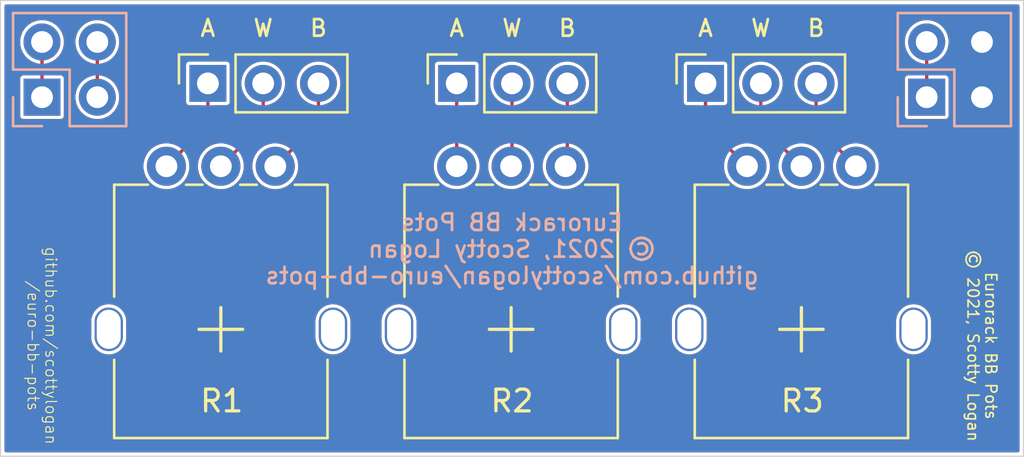
<source format=kicad_pcb>
(kicad_pcb (version 20171130) (host pcbnew "(5.1.9-0-10_14)")

  (general
    (thickness 1.6)
    (drawings 16)
    (tracks 25)
    (zones 0)
    (modules 8)
    (nets 14)
  )

  (page USLetter)
  (title_block
    (title "Eurorack BB Pots")
    (date 2021-05-03)
    (rev 1.0)
    (comment 1 eurorack-bb-pots)
    (comment 2 "Eurorack Potentiometers for Breadboards")
  )

  (layers
    (0 F.Cu signal)
    (31 B.Cu signal)
    (32 B.Adhes user)
    (33 F.Adhes user)
    (34 B.Paste user)
    (35 F.Paste user)
    (36 B.SilkS user)
    (37 F.SilkS user)
    (38 B.Mask user)
    (39 F.Mask user)
    (40 Dwgs.User user)
    (41 Cmts.User user)
    (42 Eco1.User user)
    (43 Eco2.User user)
    (44 Edge.Cuts user)
    (45 Margin user)
    (46 B.CrtYd user)
    (47 F.CrtYd user)
    (48 B.Fab user hide)
    (49 F.Fab user hide)
  )

  (setup
    (last_trace_width 0.1524)
    (user_trace_width 0.1524)
    (trace_clearance 0.1524)
    (zone_clearance 0.508)
    (zone_45_only no)
    (trace_min 0.1524)
    (via_size 0.508)
    (via_drill 0.254)
    (via_min_size 0.508)
    (via_min_drill 0.254)
    (user_via 0.508 0.254)
    (uvia_size 0.3)
    (uvia_drill 0.1)
    (uvias_allowed no)
    (uvia_min_size 0.2)
    (uvia_min_drill 0.1)
    (edge_width 0.05)
    (segment_width 0.2)
    (pcb_text_width 0.3)
    (pcb_text_size 1.5 1.5)
    (mod_edge_width 0.12)
    (mod_text_size 1 1)
    (mod_text_width 0.15)
    (pad_size 1.524 1.524)
    (pad_drill 0.762)
    (pad_to_mask_clearance 0)
    (aux_axis_origin 0 0)
    (visible_elements FFFFFF7F)
    (pcbplotparams
      (layerselection 0x010fc_ffffffff)
      (usegerberextensions false)
      (usegerberattributes true)
      (usegerberadvancedattributes true)
      (creategerberjobfile true)
      (excludeedgelayer true)
      (linewidth 0.100000)
      (plotframeref false)
      (viasonmask false)
      (mode 1)
      (useauxorigin false)
      (hpglpennumber 1)
      (hpglpenspeed 20)
      (hpglpendiameter 15.000000)
      (psnegative false)
      (psa4output false)
      (plotreference true)
      (plotvalue true)
      (plotinvisibletext false)
      (padsonsilk false)
      (subtractmaskfromsilk false)
      (outputformat 1)
      (mirror false)
      (drillshape 1)
      (scaleselection 1)
      (outputdirectory ""))
  )

  (net 0 "")
  (net 1 GND)
  (net 2 "Net-(J1-Pad2)")
  (net 3 "Net-(J1-Pad1)")
  (net 4 "Net-(J2-Pad1)")
  (net 5 "Net-(J3-Pad3)")
  (net 6 "Net-(J3-Pad2)")
  (net 7 "Net-(J3-Pad1)")
  (net 8 "Net-(J4-Pad3)")
  (net 9 "Net-(J4-Pad2)")
  (net 10 "Net-(J4-Pad1)")
  (net 11 "Net-(J5-Pad3)")
  (net 12 "Net-(J5-Pad2)")
  (net 13 "Net-(J5-Pad1)")

  (net_class Default "This is the default net class."
    (clearance 0.1524)
    (trace_width 0.1524)
    (via_dia 0.508)
    (via_drill 0.254)
    (uvia_dia 0.3)
    (uvia_drill 0.1)
    (add_net GND)
    (add_net "Net-(J1-Pad1)")
    (add_net "Net-(J1-Pad2)")
    (add_net "Net-(J2-Pad1)")
    (add_net "Net-(J3-Pad1)")
    (add_net "Net-(J3-Pad2)")
    (add_net "Net-(J3-Pad3)")
    (add_net "Net-(J4-Pad1)")
    (add_net "Net-(J4-Pad2)")
    (add_net "Net-(J4-Pad3)")
    (add_net "Net-(J5-Pad1)")
    (add_net "Net-(J5-Pad2)")
    (add_net "Net-(J5-Pad3)")
  )

  (module Connector_PinHeader_2.54mm:PinHeader_2x02_P2.54mm_Vertical (layer B.Cu) (tedit 59FED5CC) (tstamp 6090F787)
    (at 95.25 46.355)
    (descr "Through hole straight pin header, 2x02, 2.54mm pitch, double rows")
    (tags "Through hole pin header THT 2x02 2.54mm double row")
    (path /60915081)
    (fp_text reference J2 (at 0.635 2.54) (layer B.SilkS) hide
      (effects (font (size 1 1) (thickness 0.15)) (justify mirror))
    )
    (fp_text value Conn_02x02_Odd_Even (at 1.27 -4.87) (layer B.Fab)
      (effects (font (size 1 1) (thickness 0.15)) (justify mirror))
    )
    (fp_text user %R (at 1.27 -1.27 -90) (layer B.Fab)
      (effects (font (size 1 1) (thickness 0.15)) (justify mirror))
    )
    (fp_line (start 0 1.27) (end 3.81 1.27) (layer B.Fab) (width 0.1))
    (fp_line (start 3.81 1.27) (end 3.81 -3.81) (layer B.Fab) (width 0.1))
    (fp_line (start 3.81 -3.81) (end -1.27 -3.81) (layer B.Fab) (width 0.1))
    (fp_line (start -1.27 -3.81) (end -1.27 0) (layer B.Fab) (width 0.1))
    (fp_line (start -1.27 0) (end 0 1.27) (layer B.Fab) (width 0.1))
    (fp_line (start -1.33 -3.87) (end 3.87 -3.87) (layer B.SilkS) (width 0.12))
    (fp_line (start -1.33 -1.27) (end -1.33 -3.87) (layer B.SilkS) (width 0.12))
    (fp_line (start 3.87 1.33) (end 3.87 -3.87) (layer B.SilkS) (width 0.12))
    (fp_line (start -1.33 -1.27) (end 1.27 -1.27) (layer B.SilkS) (width 0.12))
    (fp_line (start 1.27 -1.27) (end 1.27 1.33) (layer B.SilkS) (width 0.12))
    (fp_line (start 1.27 1.33) (end 3.87 1.33) (layer B.SilkS) (width 0.12))
    (fp_line (start -1.33 0) (end -1.33 1.33) (layer B.SilkS) (width 0.12))
    (fp_line (start -1.33 1.33) (end 0 1.33) (layer B.SilkS) (width 0.12))
    (fp_line (start -1.8 1.8) (end -1.8 -4.35) (layer B.CrtYd) (width 0.05))
    (fp_line (start -1.8 -4.35) (end 4.35 -4.35) (layer B.CrtYd) (width 0.05))
    (fp_line (start 4.35 -4.35) (end 4.35 1.8) (layer B.CrtYd) (width 0.05))
    (fp_line (start 4.35 1.8) (end -1.8 1.8) (layer B.CrtYd) (width 0.05))
    (pad 4 thru_hole oval (at 2.54 -2.54) (size 1.7 1.7) (drill 1) (layers *.Cu *.Mask)
      (net 1 GND))
    (pad 3 thru_hole oval (at 0 -2.54) (size 1.7 1.7) (drill 1) (layers *.Cu *.Mask)
      (net 4 "Net-(J2-Pad1)"))
    (pad 2 thru_hole oval (at 2.54 0) (size 1.7 1.7) (drill 1) (layers *.Cu *.Mask)
      (net 1 GND))
    (pad 1 thru_hole rect (at 0 0) (size 1.7 1.7) (drill 1) (layers *.Cu *.Mask)
      (net 4 "Net-(J2-Pad1)"))
    (model ${KISYS3DMOD}/Connector_PinHeader_2.54mm.3dshapes/PinHeader_2x02_P2.54mm_Vertical.wrl
      (at (xyz 0 0 0))
      (scale (xyz 1 1 1))
      (rotate (xyz 0 0 0))
    )
  )

  (module Connector_PinHeader_2.54mm:PinHeader_2x02_P2.54mm_Vertical (layer B.Cu) (tedit 59FED5CC) (tstamp 6090F76D)
    (at 54.61 46.355)
    (descr "Through hole straight pin header, 2x02, 2.54mm pitch, double rows")
    (tags "Through hole pin header THT 2x02 2.54mm double row")
    (path /609134DA)
    (fp_text reference J1 (at 1.27 2.33) (layer B.SilkS) hide
      (effects (font (size 1 1) (thickness 0.15)) (justify mirror))
    )
    (fp_text value Conn_02x02_Odd_Even (at 1.27 -4.87) (layer B.Fab)
      (effects (font (size 1 1) (thickness 0.15)) (justify mirror))
    )
    (fp_text user %R (at 1.27 -1.27 -90) (layer B.Fab)
      (effects (font (size 1 1) (thickness 0.15)) (justify mirror))
    )
    (fp_line (start 0 1.27) (end 3.81 1.27) (layer B.Fab) (width 0.1))
    (fp_line (start 3.81 1.27) (end 3.81 -3.81) (layer B.Fab) (width 0.1))
    (fp_line (start 3.81 -3.81) (end -1.27 -3.81) (layer B.Fab) (width 0.1))
    (fp_line (start -1.27 -3.81) (end -1.27 0) (layer B.Fab) (width 0.1))
    (fp_line (start -1.27 0) (end 0 1.27) (layer B.Fab) (width 0.1))
    (fp_line (start -1.33 -3.87) (end 3.87 -3.87) (layer B.SilkS) (width 0.12))
    (fp_line (start -1.33 -1.27) (end -1.33 -3.87) (layer B.SilkS) (width 0.12))
    (fp_line (start 3.87 1.33) (end 3.87 -3.87) (layer B.SilkS) (width 0.12))
    (fp_line (start -1.33 -1.27) (end 1.27 -1.27) (layer B.SilkS) (width 0.12))
    (fp_line (start 1.27 -1.27) (end 1.27 1.33) (layer B.SilkS) (width 0.12))
    (fp_line (start 1.27 1.33) (end 3.87 1.33) (layer B.SilkS) (width 0.12))
    (fp_line (start -1.33 0) (end -1.33 1.33) (layer B.SilkS) (width 0.12))
    (fp_line (start -1.33 1.33) (end 0 1.33) (layer B.SilkS) (width 0.12))
    (fp_line (start -1.8 1.8) (end -1.8 -4.35) (layer B.CrtYd) (width 0.05))
    (fp_line (start -1.8 -4.35) (end 4.35 -4.35) (layer B.CrtYd) (width 0.05))
    (fp_line (start 4.35 -4.35) (end 4.35 1.8) (layer B.CrtYd) (width 0.05))
    (fp_line (start 4.35 1.8) (end -1.8 1.8) (layer B.CrtYd) (width 0.05))
    (pad 4 thru_hole oval (at 2.54 -2.54) (size 1.7 1.7) (drill 1) (layers *.Cu *.Mask)
      (net 2 "Net-(J1-Pad2)"))
    (pad 3 thru_hole oval (at 0 -2.54) (size 1.7 1.7) (drill 1) (layers *.Cu *.Mask)
      (net 3 "Net-(J1-Pad1)"))
    (pad 2 thru_hole oval (at 2.54 0) (size 1.7 1.7) (drill 1) (layers *.Cu *.Mask)
      (net 2 "Net-(J1-Pad2)"))
    (pad 1 thru_hole rect (at 0 0) (size 1.7 1.7) (drill 1) (layers *.Cu *.Mask)
      (net 3 "Net-(J1-Pad1)"))
    (model ${KISYS3DMOD}/Connector_PinHeader_2.54mm.3dshapes/PinHeader_2x02_P2.54mm_Vertical.wrl
      (at (xyz 0 0 0))
      (scale (xyz 1 1 1))
      (rotate (xyz 0 0 0))
    )
  )

  (module scotty-kicad-footprints:Potentiometer_Thonk_Alpha_9mm_Vertical (layer F.Cu) (tedit 5C40BF9D) (tstamp 6090F052)
    (at 86.995 49.53 270)
    (descr "Potentiometer, vertical, Bourns PTV09A-1 Single, http://www.bourns.com/docs/Product-Datasheets/ptv09.pdf")
    (tags "Potentiometer vertical Bourns PTV09A-1 Single")
    (path /6090B187)
    (fp_text reference R3 (at 10.795 -2.54) (layer F.SilkS)
      (effects (font (size 1 1) (thickness 0.15)))
    )
    (fp_text value POT (at 6.05 5.15 90) (layer F.Fab)
      (effects (font (size 1 1) (thickness 0.15)))
    )
    (fp_text user %R (at 2 -2.5) (layer F.Fab)
      (effects (font (size 1 1) (thickness 0.15)))
    )
    (fp_line (start 7.5 -2.5) (end 7.5 -1.5) (layer F.SilkS) (width 0.15))
    (fp_line (start 7.5 -2.5) (end 6.5 -2.5) (layer F.SilkS) (width 0.15))
    (fp_line (start 7.5 -2.5) (end 7.5 -3.5) (layer F.SilkS) (width 0.15))
    (fp_line (start 7.5 -2.5) (end 8.5 -2.5) (layer F.SilkS) (width 0.15))
    (fp_line (start 12.65 -9.15) (end -1.15 -9.15) (layer F.CrtYd) (width 0.05))
    (fp_line (start 12.65 4.15) (end 12.65 -9.15) (layer F.CrtYd) (width 0.05))
    (fp_line (start -1.15 4.15) (end 12.65 4.15) (layer F.CrtYd) (width 0.05))
    (fp_line (start -1.15 -9.15) (end -1.15 4.15) (layer F.CrtYd) (width 0.05))
    (fp_line (start 12.5 -7.4) (end 12.5 2.4) (layer F.SilkS) (width 0.12))
    (fp_line (start 0.85 0.85) (end 0.85 2.4) (layer F.SilkS) (width 0.12))
    (fp_line (start 0.85 -1.659) (end 0.85 -0.9) (layer F.SilkS) (width 0.12))
    (fp_line (start 0.85 -4.15) (end 0.85 -3.391) (layer F.SilkS) (width 0.12))
    (fp_line (start 0.85 -7.4) (end 0.85 -5.9) (layer F.SilkS) (width 0.12))
    (fp_line (start 8.9 -7.4) (end 12.5 -7.4) (layer F.SilkS) (width 0.12))
    (fp_line (start 0.85 -7.4) (end 6 -7.4) (layer F.SilkS) (width 0.12))
    (fp_line (start 12.35 -7.25) (end 1 -7.25) (layer F.Fab) (width 0.1))
    (fp_line (start 12.35 2.25) (end 12.35 -7.25) (layer F.Fab) (width 0.1))
    (fp_line (start 1 2.25) (end 12.35 2.25) (layer F.Fab) (width 0.1))
    (fp_line (start 1 -7.25) (end 1 2.25) (layer F.Fab) (width 0.1))
    (fp_circle (center 7.5 -2.5) (end 11 -2.5) (layer F.Fab) (width 0.1))
    (fp_line (start 0.85 2.4) (end 6 2.4) (layer F.SilkS) (width 0.12))
    (fp_line (start 8.9 2.4) (end 12.5 2.4) (layer F.SilkS) (width 0.12))
    (pad "" thru_hole oval (at 7.5 2.65) (size 1.3 2) (drill oval 1.1 1.8) (layers *.Cu *.Mask))
    (pad 3 thru_hole circle (at 0 -5 270) (size 1.8 1.8) (drill 1) (layers *.Cu *.Mask)
      (net 11 "Net-(J5-Pad3)"))
    (pad 2 thru_hole circle (at 0 -2.5 270) (size 1.8 1.8) (drill 1) (layers *.Cu *.Mask)
      (net 12 "Net-(J5-Pad2)"))
    (pad 1 thru_hole circle (at 0 0 270) (size 1.8 1.8) (drill 1) (layers *.Cu *.Mask)
      (net 13 "Net-(J5-Pad1)"))
    (pad "" thru_hole oval (at 7.5 -7.65) (size 1.3 2) (drill oval 1.1 1.8) (layers *.Cu *.Mask))
    (model ${KISYS3DMOD}/Potentiometer_THT.3dshapes/Potentiometer_Bourns_PTV09A-1_Single_Vertical.wrl
      (at (xyz 0 0 0))
      (scale (xyz 1 1 1))
      (rotate (xyz 0 0 0))
    )
  )

  (module scotty-kicad-footprints:Potentiometer_Thonk_Alpha_9mm_Vertical (layer F.Cu) (tedit 5C40BF9D) (tstamp 6090F032)
    (at 73.66 49.53 270)
    (descr "Potentiometer, vertical, Bourns PTV09A-1 Single, http://www.bourns.com/docs/Product-Datasheets/ptv09.pdf")
    (tags "Potentiometer vertical Bourns PTV09A-1 Single")
    (path /6090AA41)
    (fp_text reference R2 (at 10.795 -2.54) (layer F.SilkS)
      (effects (font (size 1 1) (thickness 0.15)))
    )
    (fp_text value POT (at 6.05 5.15 90) (layer F.Fab)
      (effects (font (size 1 1) (thickness 0.15)))
    )
    (fp_text user %R (at 2 -2.5) (layer F.Fab)
      (effects (font (size 1 1) (thickness 0.15)))
    )
    (fp_line (start 7.5 -2.5) (end 7.5 -1.5) (layer F.SilkS) (width 0.15))
    (fp_line (start 7.5 -2.5) (end 6.5 -2.5) (layer F.SilkS) (width 0.15))
    (fp_line (start 7.5 -2.5) (end 7.5 -3.5) (layer F.SilkS) (width 0.15))
    (fp_line (start 7.5 -2.5) (end 8.5 -2.5) (layer F.SilkS) (width 0.15))
    (fp_line (start 12.65 -9.15) (end -1.15 -9.15) (layer F.CrtYd) (width 0.05))
    (fp_line (start 12.65 4.15) (end 12.65 -9.15) (layer F.CrtYd) (width 0.05))
    (fp_line (start -1.15 4.15) (end 12.65 4.15) (layer F.CrtYd) (width 0.05))
    (fp_line (start -1.15 -9.15) (end -1.15 4.15) (layer F.CrtYd) (width 0.05))
    (fp_line (start 12.5 -7.4) (end 12.5 2.4) (layer F.SilkS) (width 0.12))
    (fp_line (start 0.85 0.85) (end 0.85 2.4) (layer F.SilkS) (width 0.12))
    (fp_line (start 0.85 -1.659) (end 0.85 -0.9) (layer F.SilkS) (width 0.12))
    (fp_line (start 0.85 -4.15) (end 0.85 -3.391) (layer F.SilkS) (width 0.12))
    (fp_line (start 0.85 -7.4) (end 0.85 -5.9) (layer F.SilkS) (width 0.12))
    (fp_line (start 8.9 -7.4) (end 12.5 -7.4) (layer F.SilkS) (width 0.12))
    (fp_line (start 0.85 -7.4) (end 6 -7.4) (layer F.SilkS) (width 0.12))
    (fp_line (start 12.35 -7.25) (end 1 -7.25) (layer F.Fab) (width 0.1))
    (fp_line (start 12.35 2.25) (end 12.35 -7.25) (layer F.Fab) (width 0.1))
    (fp_line (start 1 2.25) (end 12.35 2.25) (layer F.Fab) (width 0.1))
    (fp_line (start 1 -7.25) (end 1 2.25) (layer F.Fab) (width 0.1))
    (fp_circle (center 7.5 -2.5) (end 11 -2.5) (layer F.Fab) (width 0.1))
    (fp_line (start 0.85 2.4) (end 6 2.4) (layer F.SilkS) (width 0.12))
    (fp_line (start 8.9 2.4) (end 12.5 2.4) (layer F.SilkS) (width 0.12))
    (pad "" thru_hole oval (at 7.5 2.65) (size 1.3 2) (drill oval 1.1 1.8) (layers *.Cu *.Mask))
    (pad 3 thru_hole circle (at 0 -5 270) (size 1.8 1.8) (drill 1) (layers *.Cu *.Mask)
      (net 8 "Net-(J4-Pad3)"))
    (pad 2 thru_hole circle (at 0 -2.5 270) (size 1.8 1.8) (drill 1) (layers *.Cu *.Mask)
      (net 9 "Net-(J4-Pad2)"))
    (pad 1 thru_hole circle (at 0 0 270) (size 1.8 1.8) (drill 1) (layers *.Cu *.Mask)
      (net 10 "Net-(J4-Pad1)"))
    (pad "" thru_hole oval (at 7.5 -7.65) (size 1.3 2) (drill oval 1.1 1.8) (layers *.Cu *.Mask))
    (model ${KISYS3DMOD}/Potentiometer_THT.3dshapes/Potentiometer_Bourns_PTV09A-1_Single_Vertical.wrl
      (at (xyz 0 0 0))
      (scale (xyz 1 1 1))
      (rotate (xyz 0 0 0))
    )
  )

  (module scotty-kicad-footprints:Potentiometer_Thonk_Alpha_9mm_Vertical (layer F.Cu) (tedit 5C40BF9D) (tstamp 6090F012)
    (at 60.325 49.53 270)
    (descr "Potentiometer, vertical, Bourns PTV09A-1 Single, http://www.bourns.com/docs/Product-Datasheets/ptv09.pdf")
    (tags "Potentiometer vertical Bourns PTV09A-1 Single")
    (path /609099C6)
    (fp_text reference R1 (at 10.795 -2.54) (layer F.SilkS)
      (effects (font (size 1 1) (thickness 0.15)))
    )
    (fp_text value POT (at 6.05 5.15 90) (layer F.Fab)
      (effects (font (size 1 1) (thickness 0.15)))
    )
    (fp_text user %R (at 2 -2.5) (layer F.Fab)
      (effects (font (size 1 1) (thickness 0.15)))
    )
    (fp_line (start 7.5 -2.5) (end 7.5 -1.5) (layer F.SilkS) (width 0.15))
    (fp_line (start 7.5 -2.5) (end 6.5 -2.5) (layer F.SilkS) (width 0.15))
    (fp_line (start 7.5 -2.5) (end 7.5 -3.5) (layer F.SilkS) (width 0.15))
    (fp_line (start 7.5 -2.5) (end 8.5 -2.5) (layer F.SilkS) (width 0.15))
    (fp_line (start 12.65 -9.15) (end -1.15 -9.15) (layer F.CrtYd) (width 0.05))
    (fp_line (start 12.65 4.15) (end 12.65 -9.15) (layer F.CrtYd) (width 0.05))
    (fp_line (start -1.15 4.15) (end 12.65 4.15) (layer F.CrtYd) (width 0.05))
    (fp_line (start -1.15 -9.15) (end -1.15 4.15) (layer F.CrtYd) (width 0.05))
    (fp_line (start 12.5 -7.4) (end 12.5 2.4) (layer F.SilkS) (width 0.12))
    (fp_line (start 0.85 0.85) (end 0.85 2.4) (layer F.SilkS) (width 0.12))
    (fp_line (start 0.85 -1.659) (end 0.85 -0.9) (layer F.SilkS) (width 0.12))
    (fp_line (start 0.85 -4.15) (end 0.85 -3.391) (layer F.SilkS) (width 0.12))
    (fp_line (start 0.85 -7.4) (end 0.85 -5.9) (layer F.SilkS) (width 0.12))
    (fp_line (start 8.9 -7.4) (end 12.5 -7.4) (layer F.SilkS) (width 0.12))
    (fp_line (start 0.85 -7.4) (end 6 -7.4) (layer F.SilkS) (width 0.12))
    (fp_line (start 12.35 -7.25) (end 1 -7.25) (layer F.Fab) (width 0.1))
    (fp_line (start 12.35 2.25) (end 12.35 -7.25) (layer F.Fab) (width 0.1))
    (fp_line (start 1 2.25) (end 12.35 2.25) (layer F.Fab) (width 0.1))
    (fp_line (start 1 -7.25) (end 1 2.25) (layer F.Fab) (width 0.1))
    (fp_circle (center 7.5 -2.5) (end 11 -2.5) (layer F.Fab) (width 0.1))
    (fp_line (start 0.85 2.4) (end 6 2.4) (layer F.SilkS) (width 0.12))
    (fp_line (start 8.9 2.4) (end 12.5 2.4) (layer F.SilkS) (width 0.12))
    (pad "" thru_hole oval (at 7.5 2.65) (size 1.3 2) (drill oval 1.1 1.8) (layers *.Cu *.Mask))
    (pad 3 thru_hole circle (at 0 -5 270) (size 1.8 1.8) (drill 1) (layers *.Cu *.Mask)
      (net 5 "Net-(J3-Pad3)"))
    (pad 2 thru_hole circle (at 0 -2.5 270) (size 1.8 1.8) (drill 1) (layers *.Cu *.Mask)
      (net 6 "Net-(J3-Pad2)"))
    (pad 1 thru_hole circle (at 0 0 270) (size 1.8 1.8) (drill 1) (layers *.Cu *.Mask)
      (net 7 "Net-(J3-Pad1)"))
    (pad "" thru_hole oval (at 7.5 -7.65) (size 1.3 2) (drill oval 1.1 1.8) (layers *.Cu *.Mask))
    (model ${KISYS3DMOD}/Potentiometer_THT.3dshapes/Potentiometer_Bourns_PTV09A-1_Single_Vertical.wrl
      (at (xyz 0 0 0))
      (scale (xyz 1 1 1))
      (rotate (xyz 0 0 0))
    )
  )

  (module Connector_PinSocket_2.54mm:PinSocket_1x03_P2.54mm_Vertical (layer F.Cu) (tedit 5A19A429) (tstamp 609163F6)
    (at 85.09 45.72 90)
    (descr "Through hole straight socket strip, 1x03, 2.54mm pitch, single row (from Kicad 4.0.7), script generated")
    (tags "Through hole socket strip THT 1x03 2.54mm single row")
    (path /60C001C1)
    (fp_text reference J5 (at 0 -2.77 90) (layer F.SilkS) hide
      (effects (font (size 1 1) (thickness 0.15)))
    )
    (fp_text value Conn_01x03 (at 0 7.85 90) (layer F.Fab)
      (effects (font (size 1 1) (thickness 0.15)))
    )
    (fp_line (start -1.8 6.85) (end -1.8 -1.8) (layer F.CrtYd) (width 0.05))
    (fp_line (start 1.75 6.85) (end -1.8 6.85) (layer F.CrtYd) (width 0.05))
    (fp_line (start 1.75 -1.8) (end 1.75 6.85) (layer F.CrtYd) (width 0.05))
    (fp_line (start -1.8 -1.8) (end 1.75 -1.8) (layer F.CrtYd) (width 0.05))
    (fp_line (start 0 -1.33) (end 1.33 -1.33) (layer F.SilkS) (width 0.12))
    (fp_line (start 1.33 -1.33) (end 1.33 0) (layer F.SilkS) (width 0.12))
    (fp_line (start 1.33 1.27) (end 1.33 6.41) (layer F.SilkS) (width 0.12))
    (fp_line (start -1.33 6.41) (end 1.33 6.41) (layer F.SilkS) (width 0.12))
    (fp_line (start -1.33 1.27) (end -1.33 6.41) (layer F.SilkS) (width 0.12))
    (fp_line (start -1.33 1.27) (end 1.33 1.27) (layer F.SilkS) (width 0.12))
    (fp_line (start -1.27 6.35) (end -1.27 -1.27) (layer F.Fab) (width 0.1))
    (fp_line (start 1.27 6.35) (end -1.27 6.35) (layer F.Fab) (width 0.1))
    (fp_line (start 1.27 -0.635) (end 1.27 6.35) (layer F.Fab) (width 0.1))
    (fp_line (start 0.635 -1.27) (end 1.27 -0.635) (layer F.Fab) (width 0.1))
    (fp_line (start -1.27 -1.27) (end 0.635 -1.27) (layer F.Fab) (width 0.1))
    (fp_text user %R (at 0 2.54) (layer F.Fab)
      (effects (font (size 1 1) (thickness 0.15)))
    )
    (pad 3 thru_hole oval (at 0 5.08 90) (size 1.7 1.7) (drill 1) (layers *.Cu *.Mask)
      (net 11 "Net-(J5-Pad3)"))
    (pad 2 thru_hole oval (at 0 2.54 90) (size 1.7 1.7) (drill 1) (layers *.Cu *.Mask)
      (net 12 "Net-(J5-Pad2)"))
    (pad 1 thru_hole rect (at 0 0 90) (size 1.7 1.7) (drill 1) (layers *.Cu *.Mask)
      (net 13 "Net-(J5-Pad1)"))
    (model ${KISYS3DMOD}/Connector_PinSocket_2.54mm.3dshapes/PinSocket_1x03_P2.54mm_Vertical.wrl
      (at (xyz 0 0 0))
      (scale (xyz 1 1 1))
      (rotate (xyz 0 0 0))
    )
  )

  (module Connector_PinSocket_2.54mm:PinSocket_1x03_P2.54mm_Vertical (layer F.Cu) (tedit 5A19A429) (tstamp 6091637C)
    (at 73.66 45.72 90)
    (descr "Through hole straight socket strip, 1x03, 2.54mm pitch, single row (from Kicad 4.0.7), script generated")
    (tags "Through hole socket strip THT 1x03 2.54mm single row")
    (path /60BFE032)
    (fp_text reference J4 (at 0 -2.77 90) (layer F.SilkS) hide
      (effects (font (size 1 1) (thickness 0.15)))
    )
    (fp_text value Conn_01x03 (at 0 7.85 90) (layer F.Fab)
      (effects (font (size 1 1) (thickness 0.15)))
    )
    (fp_line (start -1.8 6.85) (end -1.8 -1.8) (layer F.CrtYd) (width 0.05))
    (fp_line (start 1.75 6.85) (end -1.8 6.85) (layer F.CrtYd) (width 0.05))
    (fp_line (start 1.75 -1.8) (end 1.75 6.85) (layer F.CrtYd) (width 0.05))
    (fp_line (start -1.8 -1.8) (end 1.75 -1.8) (layer F.CrtYd) (width 0.05))
    (fp_line (start 0 -1.33) (end 1.33 -1.33) (layer F.SilkS) (width 0.12))
    (fp_line (start 1.33 -1.33) (end 1.33 0) (layer F.SilkS) (width 0.12))
    (fp_line (start 1.33 1.27) (end 1.33 6.41) (layer F.SilkS) (width 0.12))
    (fp_line (start -1.33 6.41) (end 1.33 6.41) (layer F.SilkS) (width 0.12))
    (fp_line (start -1.33 1.27) (end -1.33 6.41) (layer F.SilkS) (width 0.12))
    (fp_line (start -1.33 1.27) (end 1.33 1.27) (layer F.SilkS) (width 0.12))
    (fp_line (start -1.27 6.35) (end -1.27 -1.27) (layer F.Fab) (width 0.1))
    (fp_line (start 1.27 6.35) (end -1.27 6.35) (layer F.Fab) (width 0.1))
    (fp_line (start 1.27 -0.635) (end 1.27 6.35) (layer F.Fab) (width 0.1))
    (fp_line (start 0.635 -1.27) (end 1.27 -0.635) (layer F.Fab) (width 0.1))
    (fp_line (start -1.27 -1.27) (end 0.635 -1.27) (layer F.Fab) (width 0.1))
    (fp_text user %R (at 0 2.54) (layer F.Fab)
      (effects (font (size 1 1) (thickness 0.15)))
    )
    (pad 3 thru_hole oval (at 0 5.08 90) (size 1.7 1.7) (drill 1) (layers *.Cu *.Mask)
      (net 8 "Net-(J4-Pad3)"))
    (pad 2 thru_hole oval (at 0 2.54 90) (size 1.7 1.7) (drill 1) (layers *.Cu *.Mask)
      (net 9 "Net-(J4-Pad2)"))
    (pad 1 thru_hole rect (at 0 0 90) (size 1.7 1.7) (drill 1) (layers *.Cu *.Mask)
      (net 10 "Net-(J4-Pad1)"))
    (model ${KISYS3DMOD}/Connector_PinSocket_2.54mm.3dshapes/PinSocket_1x03_P2.54mm_Vertical.wrl
      (at (xyz 0 0 0))
      (scale (xyz 1 1 1))
      (rotate (xyz 0 0 0))
    )
  )

  (module Connector_PinSocket_2.54mm:PinSocket_1x03_P2.54mm_Vertical (layer F.Cu) (tedit 5A19A429) (tstamp 60915091)
    (at 62.23 45.72 90)
    (descr "Through hole straight socket strip, 1x03, 2.54mm pitch, single row (from Kicad 4.0.7), script generated")
    (tags "Through hole socket strip THT 1x03 2.54mm single row")
    (path /60BD576E)
    (fp_text reference J3 (at 0 -2.77 90) (layer F.SilkS) hide
      (effects (font (size 1 1) (thickness 0.15)))
    )
    (fp_text value Conn_01x03 (at 0 7.85 90) (layer F.Fab)
      (effects (font (size 1 1) (thickness 0.15)))
    )
    (fp_line (start -1.8 6.85) (end -1.8 -1.8) (layer F.CrtYd) (width 0.05))
    (fp_line (start 1.75 6.85) (end -1.8 6.85) (layer F.CrtYd) (width 0.05))
    (fp_line (start 1.75 -1.8) (end 1.75 6.85) (layer F.CrtYd) (width 0.05))
    (fp_line (start -1.8 -1.8) (end 1.75 -1.8) (layer F.CrtYd) (width 0.05))
    (fp_line (start 0 -1.33) (end 1.33 -1.33) (layer F.SilkS) (width 0.12))
    (fp_line (start 1.33 -1.33) (end 1.33 0) (layer F.SilkS) (width 0.12))
    (fp_line (start 1.33 1.27) (end 1.33 6.41) (layer F.SilkS) (width 0.12))
    (fp_line (start -1.33 6.41) (end 1.33 6.41) (layer F.SilkS) (width 0.12))
    (fp_line (start -1.33 1.27) (end -1.33 6.41) (layer F.SilkS) (width 0.12))
    (fp_line (start -1.33 1.27) (end 1.33 1.27) (layer F.SilkS) (width 0.12))
    (fp_line (start -1.27 6.35) (end -1.27 -1.27) (layer F.Fab) (width 0.1))
    (fp_line (start 1.27 6.35) (end -1.27 6.35) (layer F.Fab) (width 0.1))
    (fp_line (start 1.27 -0.635) (end 1.27 6.35) (layer F.Fab) (width 0.1))
    (fp_line (start 0.635 -1.27) (end 1.27 -0.635) (layer F.Fab) (width 0.1))
    (fp_line (start -1.27 -1.27) (end 0.635 -1.27) (layer F.Fab) (width 0.1))
    (fp_text user %R (at 0 2.54) (layer F.Fab)
      (effects (font (size 1 1) (thickness 0.15)))
    )
    (pad 3 thru_hole oval (at 0 5.08 90) (size 1.7 1.7) (drill 1) (layers *.Cu *.Mask)
      (net 5 "Net-(J3-Pad3)"))
    (pad 2 thru_hole oval (at 0 2.54 90) (size 1.7 1.7) (drill 1) (layers *.Cu *.Mask)
      (net 6 "Net-(J3-Pad2)"))
    (pad 1 thru_hole rect (at 0 0 90) (size 1.7 1.7) (drill 1) (layers *.Cu *.Mask)
      (net 7 "Net-(J3-Pad1)"))
    (model ${KISYS3DMOD}/Connector_PinSocket_2.54mm.3dshapes/PinSocket_1x03_P2.54mm_Vertical.wrl
      (at (xyz 0 0 0))
      (scale (xyz 1 1 1))
      (rotate (xyz 0 0 0))
    )
  )

  (gr_text B (at 90.17 43.18) (layer F.SilkS) (tstamp 60916985)
    (effects (font (size 0.762 0.762) (thickness 0.127)))
  )
  (gr_text A (at 85.09 43.18) (layer F.SilkS) (tstamp 60916984)
    (effects (font (size 0.762 0.762) (thickness 0.127)))
  )
  (gr_text W (at 87.63 43.18) (layer F.SilkS) (tstamp 60916983)
    (effects (font (size 0.762 0.762) (thickness 0.127)))
  )
  (gr_text B (at 78.74 43.18) (layer F.SilkS) (tstamp 60916985)
    (effects (font (size 0.762 0.762) (thickness 0.127)))
  )
  (gr_text A (at 73.66 43.18) (layer F.SilkS) (tstamp 60916984)
    (effects (font (size 0.762 0.762) (thickness 0.127)))
  )
  (gr_text W (at 76.2 43.18) (layer F.SilkS) (tstamp 60916983)
    (effects (font (size 0.762 0.762) (thickness 0.127)))
  )
  (gr_text B (at 67.31 43.18) (layer F.SilkS)
    (effects (font (size 0.762 0.762) (thickness 0.127)))
  )
  (gr_text W (at 64.77 43.18) (layer F.SilkS)
    (effects (font (size 0.762 0.762) (thickness 0.127)))
  )
  (gr_text A (at 62.23 43.18) (layer F.SilkS)
    (effects (font (size 0.762 0.762) (thickness 0.127)))
  )
  (gr_text "github.com/scottylogan\n/euro-bb-pots" (at 54.61 57.785 -90) (layer F.SilkS) (tstamp 6091531F)
    (effects (font (size 0.508 0.508) (thickness 0.0508)))
  )
  (gr_text "Eurorack BB Pots\n© 2021, Scotty Logan" (at 97.79 57.785 -90) (layer F.SilkS) (tstamp 60914C72)
    (effects (font (size 0.508 0.508) (thickness 0.0762)))
  )
  (gr_text "Eurorack BB Pots\n© 2021, Scotty Logan\ngithub.com/scottylogan/euro-bb-pots" (at 76.2 53.34) (layer B.SilkS)
    (effects (font (size 0.762 0.762) (thickness 0.127)) (justify mirror))
  )
  (gr_line (start 52.705 62.865) (end 52.705 41.91) (layer Edge.Cuts) (width 0.0508) (tstamp 60912474))
  (gr_line (start 99.695 62.865) (end 52.705 62.865) (layer Edge.Cuts) (width 0.0508))
  (gr_line (start 99.695 41.91) (end 99.695 62.865) (layer Edge.Cuts) (width 0.0508))
  (gr_line (start 52.705 41.91) (end 99.695 41.91) (layer Edge.Cuts) (width 0.0508))

  (segment (start 57.15 43.815) (end 57.15 46.355) (width 0.1524) (layer F.Cu) (net 2))
  (segment (start 54.61 43.815) (end 54.61 46.355) (width 0.1524) (layer F.Cu) (net 3))
  (segment (start 95.25 43.815) (end 95.25 46.355) (width 0.1524) (layer F.Cu) (net 4))
  (segment (start 97.79 43.815) (end 97.79 46.355) (width 0.1524) (layer F.Cu) (net 1))
  (segment (start 65.405 49.45) (end 65.325 49.53) (width 0.1524) (layer F.Cu) (net 5))
  (segment (start 67.31 47.545) (end 65.325 49.53) (width 0.1524) (layer F.Cu) (net 5))
  (segment (start 67.31 45.72) (end 67.31 47.545) (width 0.1524) (layer F.Cu) (net 5))
  (segment (start 62.865 49.49) (end 62.825 49.53) (width 0.1524) (layer F.Cu) (net 6))
  (segment (start 64.77 47.585) (end 62.825 49.53) (width 0.1524) (layer F.Cu) (net 6))
  (segment (start 64.77 45.72) (end 64.77 47.585) (width 0.1524) (layer F.Cu) (net 6))
  (segment (start 62.23 47.625) (end 60.325 49.53) (width 0.1524) (layer F.Cu) (net 7))
  (segment (start 62.23 45.72) (end 62.23 47.625) (width 0.1524) (layer F.Cu) (net 7))
  (segment (start 78.74 49.45) (end 78.66 49.53) (width 0.1524) (layer F.Cu) (net 8))
  (segment (start 78.74 45.72) (end 78.74 49.45) (width 0.1524) (layer F.Cu) (net 8))
  (segment (start 76.2 49.49) (end 76.16 49.53) (width 0.1524) (layer F.Cu) (net 9))
  (segment (start 76.2 45.72) (end 76.2 49.49) (width 0.1524) (layer F.Cu) (net 9))
  (segment (start 73.66 45.72) (end 73.66 49.53) (width 0.1524) (layer F.Cu) (net 10))
  (segment (start 92.075 49.45) (end 91.995 49.53) (width 0.1524) (layer F.Cu) (net 11))
  (segment (start 90.17 47.705) (end 91.995 49.53) (width 0.1524) (layer F.Cu) (net 11))
  (segment (start 90.17 45.72) (end 90.17 47.705) (width 0.1524) (layer F.Cu) (net 11))
  (segment (start 89.535 49.49) (end 89.495 49.53) (width 0.1524) (layer F.Cu) (net 12))
  (segment (start 87.63 47.665) (end 89.495 49.53) (width 0.1524) (layer F.Cu) (net 12))
  (segment (start 87.63 45.72) (end 87.63 47.665) (width 0.1524) (layer F.Cu) (net 12))
  (segment (start 85.09 47.625) (end 86.995 49.53) (width 0.1524) (layer F.Cu) (net 13))
  (segment (start 85.09 45.72) (end 85.09 47.625) (width 0.1524) (layer F.Cu) (net 13))

  (zone (net 1) (net_name GND) (layer F.Cu) (tstamp 0) (hatch edge 0.508)
    (connect_pads yes (clearance 0.1524))
    (min_thickness 0.1524)
    (fill yes (arc_segments 32) (thermal_gap 0.2032) (thermal_bridge_width 0.2032))
    (polygon
      (pts
        (xy 99.695 62.865) (xy 52.705 62.865) (xy 52.705 41.91) (xy 99.695 41.91)
      )
    )
    (filled_polygon
      (pts
        (xy 99.441001 62.611) (xy 52.959 62.611) (xy 52.959 56.63684) (xy 56.7964 56.63684) (xy 56.7964 57.423161)
        (xy 56.809113 57.552236) (xy 56.859353 57.717852) (xy 56.940937 57.870486) (xy 57.050731 58.00427) (xy 57.184515 58.114064)
        (xy 57.337149 58.195648) (xy 57.502765 58.245887) (xy 57.675 58.262851) (xy 57.847236 58.245887) (xy 58.012852 58.195648)
        (xy 58.165486 58.114064) (xy 58.29927 58.00427) (xy 58.409064 57.870486) (xy 58.490648 57.717852) (xy 58.540887 57.552236)
        (xy 58.5536 57.423161) (xy 58.5536 56.63684) (xy 67.0964 56.63684) (xy 67.0964 57.423161) (xy 67.109113 57.552236)
        (xy 67.159353 57.717852) (xy 67.240937 57.870486) (xy 67.350731 58.00427) (xy 67.484515 58.114064) (xy 67.637149 58.195648)
        (xy 67.802765 58.245887) (xy 67.975 58.262851) (xy 68.147236 58.245887) (xy 68.312852 58.195648) (xy 68.465486 58.114064)
        (xy 68.59927 58.00427) (xy 68.709064 57.870486) (xy 68.790648 57.717852) (xy 68.840887 57.552236) (xy 68.8536 57.423161)
        (xy 68.8536 56.63684) (xy 70.1314 56.63684) (xy 70.1314 57.423161) (xy 70.144113 57.552236) (xy 70.194353 57.717852)
        (xy 70.275937 57.870486) (xy 70.385731 58.00427) (xy 70.519515 58.114064) (xy 70.672149 58.195648) (xy 70.837765 58.245887)
        (xy 71.01 58.262851) (xy 71.182236 58.245887) (xy 71.347852 58.195648) (xy 71.500486 58.114064) (xy 71.63427 58.00427)
        (xy 71.744064 57.870486) (xy 71.825648 57.717852) (xy 71.875887 57.552236) (xy 71.8886 57.423161) (xy 71.8886 56.63684)
        (xy 80.4314 56.63684) (xy 80.4314 57.423161) (xy 80.444113 57.552236) (xy 80.494353 57.717852) (xy 80.575937 57.870486)
        (xy 80.685731 58.00427) (xy 80.819515 58.114064) (xy 80.972149 58.195648) (xy 81.137765 58.245887) (xy 81.31 58.262851)
        (xy 81.482236 58.245887) (xy 81.647852 58.195648) (xy 81.800486 58.114064) (xy 81.93427 58.00427) (xy 82.044064 57.870486)
        (xy 82.125648 57.717852) (xy 82.175887 57.552236) (xy 82.1886 57.423161) (xy 82.1886 56.63684) (xy 83.4664 56.63684)
        (xy 83.4664 57.423161) (xy 83.479113 57.552236) (xy 83.529353 57.717852) (xy 83.610937 57.870486) (xy 83.720731 58.00427)
        (xy 83.854515 58.114064) (xy 84.007149 58.195648) (xy 84.172765 58.245887) (xy 84.345 58.262851) (xy 84.517236 58.245887)
        (xy 84.682852 58.195648) (xy 84.835486 58.114064) (xy 84.96927 58.00427) (xy 85.079064 57.870486) (xy 85.160648 57.717852)
        (xy 85.210887 57.552236) (xy 85.2236 57.423161) (xy 85.2236 56.63684) (xy 93.7664 56.63684) (xy 93.7664 57.423161)
        (xy 93.779113 57.552236) (xy 93.829353 57.717852) (xy 93.910937 57.870486) (xy 94.020731 58.00427) (xy 94.154515 58.114064)
        (xy 94.307149 58.195648) (xy 94.472765 58.245887) (xy 94.645 58.262851) (xy 94.817236 58.245887) (xy 94.982852 58.195648)
        (xy 95.135486 58.114064) (xy 95.26927 58.00427) (xy 95.379064 57.870486) (xy 95.460648 57.717852) (xy 95.510887 57.552236)
        (xy 95.5236 57.423161) (xy 95.5236 56.636839) (xy 95.510887 56.507764) (xy 95.460648 56.342148) (xy 95.379064 56.189514)
        (xy 95.26927 56.05573) (xy 95.135485 55.945936) (xy 94.982851 55.864352) (xy 94.817235 55.814113) (xy 94.645 55.797149)
        (xy 94.472764 55.814113) (xy 94.307148 55.864352) (xy 94.154514 55.945936) (xy 94.02073 56.05573) (xy 93.910936 56.189515)
        (xy 93.829352 56.342149) (xy 93.779113 56.507765) (xy 93.7664 56.63684) (xy 85.2236 56.63684) (xy 85.2236 56.636839)
        (xy 85.210887 56.507764) (xy 85.160648 56.342148) (xy 85.079064 56.189514) (xy 84.96927 56.05573) (xy 84.835485 55.945936)
        (xy 84.682851 55.864352) (xy 84.517235 55.814113) (xy 84.345 55.797149) (xy 84.172764 55.814113) (xy 84.007148 55.864352)
        (xy 83.854514 55.945936) (xy 83.72073 56.05573) (xy 83.610936 56.189515) (xy 83.529352 56.342149) (xy 83.479113 56.507765)
        (xy 83.4664 56.63684) (xy 82.1886 56.63684) (xy 82.1886 56.636839) (xy 82.175887 56.507764) (xy 82.125648 56.342148)
        (xy 82.044064 56.189514) (xy 81.93427 56.05573) (xy 81.800485 55.945936) (xy 81.647851 55.864352) (xy 81.482235 55.814113)
        (xy 81.31 55.797149) (xy 81.137764 55.814113) (xy 80.972148 55.864352) (xy 80.819514 55.945936) (xy 80.68573 56.05573)
        (xy 80.575936 56.189515) (xy 80.494352 56.342149) (xy 80.444113 56.507765) (xy 80.4314 56.63684) (xy 71.8886 56.63684)
        (xy 71.8886 56.636839) (xy 71.875887 56.507764) (xy 71.825648 56.342148) (xy 71.744064 56.189514) (xy 71.63427 56.05573)
        (xy 71.500485 55.945936) (xy 71.347851 55.864352) (xy 71.182235 55.814113) (xy 71.01 55.797149) (xy 70.837764 55.814113)
        (xy 70.672148 55.864352) (xy 70.519514 55.945936) (xy 70.38573 56.05573) (xy 70.275936 56.189515) (xy 70.194352 56.342149)
        (xy 70.144113 56.507765) (xy 70.1314 56.63684) (xy 68.8536 56.63684) (xy 68.8536 56.636839) (xy 68.840887 56.507764)
        (xy 68.790648 56.342148) (xy 68.709064 56.189514) (xy 68.59927 56.05573) (xy 68.465485 55.945936) (xy 68.312851 55.864352)
        (xy 68.147235 55.814113) (xy 67.975 55.797149) (xy 67.802764 55.814113) (xy 67.637148 55.864352) (xy 67.484514 55.945936)
        (xy 67.35073 56.05573) (xy 67.240936 56.189515) (xy 67.159352 56.342149) (xy 67.109113 56.507765) (xy 67.0964 56.63684)
        (xy 58.5536 56.63684) (xy 58.5536 56.636839) (xy 58.540887 56.507764) (xy 58.490648 56.342148) (xy 58.409064 56.189514)
        (xy 58.29927 56.05573) (xy 58.165485 55.945936) (xy 58.012851 55.864352) (xy 57.847235 55.814113) (xy 57.675 55.797149)
        (xy 57.502764 55.814113) (xy 57.337148 55.864352) (xy 57.184514 55.945936) (xy 57.05073 56.05573) (xy 56.940936 56.189515)
        (xy 56.859352 56.342149) (xy 56.809113 56.507765) (xy 56.7964 56.63684) (xy 52.959 56.63684) (xy 52.959 49.418843)
        (xy 59.1964 49.418843) (xy 59.1964 49.641157) (xy 59.239771 49.859201) (xy 59.324847 50.064593) (xy 59.448359 50.249441)
        (xy 59.605559 50.406641) (xy 59.790407 50.530153) (xy 59.995799 50.615229) (xy 60.213843 50.6586) (xy 60.436157 50.6586)
        (xy 60.654201 50.615229) (xy 60.859593 50.530153) (xy 61.044441 50.406641) (xy 61.201641 50.249441) (xy 61.325153 50.064593)
        (xy 61.410229 49.859201) (xy 61.4536 49.641157) (xy 61.4536 49.418843) (xy 61.6964 49.418843) (xy 61.6964 49.641157)
        (xy 61.739771 49.859201) (xy 61.824847 50.064593) (xy 61.948359 50.249441) (xy 62.105559 50.406641) (xy 62.290407 50.530153)
        (xy 62.495799 50.615229) (xy 62.713843 50.6586) (xy 62.936157 50.6586) (xy 63.154201 50.615229) (xy 63.359593 50.530153)
        (xy 63.544441 50.406641) (xy 63.701641 50.249441) (xy 63.825153 50.064593) (xy 63.910229 49.859201) (xy 63.9536 49.641157)
        (xy 63.9536 49.418843) (xy 64.1964 49.418843) (xy 64.1964 49.641157) (xy 64.239771 49.859201) (xy 64.324847 50.064593)
        (xy 64.448359 50.249441) (xy 64.605559 50.406641) (xy 64.790407 50.530153) (xy 64.995799 50.615229) (xy 65.213843 50.6586)
        (xy 65.436157 50.6586) (xy 65.654201 50.615229) (xy 65.859593 50.530153) (xy 66.044441 50.406641) (xy 66.201641 50.249441)
        (xy 66.325153 50.064593) (xy 66.410229 49.859201) (xy 66.4536 49.641157) (xy 66.4536 49.418843) (xy 72.5314 49.418843)
        (xy 72.5314 49.641157) (xy 72.574771 49.859201) (xy 72.659847 50.064593) (xy 72.783359 50.249441) (xy 72.940559 50.406641)
        (xy 73.125407 50.530153) (xy 73.330799 50.615229) (xy 73.548843 50.6586) (xy 73.771157 50.6586) (xy 73.989201 50.615229)
        (xy 74.194593 50.530153) (xy 74.379441 50.406641) (xy 74.536641 50.249441) (xy 74.660153 50.064593) (xy 74.745229 49.859201)
        (xy 74.7886 49.641157) (xy 74.7886 49.418843) (xy 75.0314 49.418843) (xy 75.0314 49.641157) (xy 75.074771 49.859201)
        (xy 75.159847 50.064593) (xy 75.283359 50.249441) (xy 75.440559 50.406641) (xy 75.625407 50.530153) (xy 75.830799 50.615229)
        (xy 76.048843 50.6586) (xy 76.271157 50.6586) (xy 76.489201 50.615229) (xy 76.694593 50.530153) (xy 76.879441 50.406641)
        (xy 77.036641 50.249441) (xy 77.160153 50.064593) (xy 77.245229 49.859201) (xy 77.2886 49.641157) (xy 77.2886 49.418843)
        (xy 77.5314 49.418843) (xy 77.5314 49.641157) (xy 77.574771 49.859201) (xy 77.659847 50.064593) (xy 77.783359 50.249441)
        (xy 77.940559 50.406641) (xy 78.125407 50.530153) (xy 78.330799 50.615229) (xy 78.548843 50.6586) (xy 78.771157 50.6586)
        (xy 78.989201 50.615229) (xy 79.194593 50.530153) (xy 79.379441 50.406641) (xy 79.536641 50.249441) (xy 79.660153 50.064593)
        (xy 79.745229 49.859201) (xy 79.7886 49.641157) (xy 79.7886 49.418843) (xy 79.745229 49.200799) (xy 79.660153 48.995407)
        (xy 79.536641 48.810559) (xy 79.379441 48.653359) (xy 79.194593 48.529847) (xy 79.0448 48.467801) (xy 79.0448 46.759103)
        (xy 79.054616 46.75715) (xy 79.250909 46.675843) (xy 79.427567 46.557803) (xy 79.577803 46.407567) (xy 79.695843 46.230909)
        (xy 79.77715 46.034616) (xy 79.8186 45.826233) (xy 79.8186 45.613767) (xy 79.77715 45.405384) (xy 79.695843 45.209091)
        (xy 79.577803 45.032433) (xy 79.427567 44.882197) (xy 79.409314 44.87) (xy 84.010294 44.87) (xy 84.010294 46.57)
        (xy 84.014708 46.614813) (xy 84.027779 46.657905) (xy 84.049006 46.697618) (xy 84.077573 46.732427) (xy 84.112382 46.760994)
        (xy 84.152095 46.782221) (xy 84.195187 46.795292) (xy 84.24 46.799706) (xy 84.785201 46.799706) (xy 84.785201 47.610032)
        (xy 84.783727 47.625) (xy 84.789611 47.684751) (xy 84.80704 47.742205) (xy 84.807041 47.742206) (xy 84.835343 47.795157)
        (xy 84.873433 47.841568) (xy 84.885057 47.851108) (xy 86.008669 48.974721) (xy 85.994847 48.995407) (xy 85.909771 49.200799)
        (xy 85.8664 49.418843) (xy 85.8664 49.641157) (xy 85.909771 49.859201) (xy 85.994847 50.064593) (xy 86.118359 50.249441)
        (xy 86.275559 50.406641) (xy 86.460407 50.530153) (xy 86.665799 50.615229) (xy 86.883843 50.6586) (xy 87.106157 50.6586)
        (xy 87.324201 50.615229) (xy 87.529593 50.530153) (xy 87.714441 50.406641) (xy 87.871641 50.249441) (xy 87.995153 50.064593)
        (xy 88.080229 49.859201) (xy 88.1236 49.641157) (xy 88.1236 49.418843) (xy 88.080229 49.200799) (xy 87.995153 48.995407)
        (xy 87.871641 48.810559) (xy 87.714441 48.653359) (xy 87.529593 48.529847) (xy 87.324201 48.444771) (xy 87.106157 48.4014)
        (xy 86.883843 48.4014) (xy 86.665799 48.444771) (xy 86.460407 48.529847) (xy 86.439721 48.543669) (xy 85.3948 47.498749)
        (xy 85.3948 46.799706) (xy 85.94 46.799706) (xy 85.984813 46.795292) (xy 86.027905 46.782221) (xy 86.067618 46.760994)
        (xy 86.102427 46.732427) (xy 86.130994 46.697618) (xy 86.152221 46.657905) (xy 86.165292 46.614813) (xy 86.169706 46.57)
        (xy 86.169706 45.613767) (xy 86.5514 45.613767) (xy 86.5514 45.826233) (xy 86.59285 46.034616) (xy 86.674157 46.230909)
        (xy 86.792197 46.407567) (xy 86.942433 46.557803) (xy 87.119091 46.675843) (xy 87.315384 46.75715) (xy 87.325201 46.759103)
        (xy 87.325201 47.650032) (xy 87.323727 47.665) (xy 87.329611 47.724751) (xy 87.34704 47.782205) (xy 87.353963 47.795157)
        (xy 87.375343 47.835157) (xy 87.413433 47.881568) (xy 87.425057 47.891108) (xy 88.508669 48.974721) (xy 88.494847 48.995407)
        (xy 88.409771 49.200799) (xy 88.3664 49.418843) (xy 88.3664 49.641157) (xy 88.409771 49.859201) (xy 88.494847 50.064593)
        (xy 88.618359 50.249441) (xy 88.775559 50.406641) (xy 88.960407 50.530153) (xy 89.165799 50.615229) (xy 89.383843 50.6586)
        (xy 89.606157 50.6586) (xy 89.824201 50.615229) (xy 90.029593 50.530153) (xy 90.214441 50.406641) (xy 90.371641 50.249441)
        (xy 90.495153 50.064593) (xy 90.580229 49.859201) (xy 90.6236 49.641157) (xy 90.6236 49.418843) (xy 90.580229 49.200799)
        (xy 90.495153 48.995407) (xy 90.371641 48.810559) (xy 90.214441 48.653359) (xy 90.029593 48.529847) (xy 89.824201 48.444771)
        (xy 89.606157 48.4014) (xy 89.383843 48.4014) (xy 89.165799 48.444771) (xy 88.960407 48.529847) (xy 88.939721 48.543669)
        (xy 87.9348 47.538749) (xy 87.9348 46.759103) (xy 87.944616 46.75715) (xy 88.140909 46.675843) (xy 88.317567 46.557803)
        (xy 88.467803 46.407567) (xy 88.585843 46.230909) (xy 88.66715 46.034616) (xy 88.7086 45.826233) (xy 88.7086 45.613767)
        (xy 89.0914 45.613767) (xy 89.0914 45.826233) (xy 89.13285 46.034616) (xy 89.214157 46.230909) (xy 89.332197 46.407567)
        (xy 89.482433 46.557803) (xy 89.659091 46.675843) (xy 89.855384 46.75715) (xy 89.865201 46.759103) (xy 89.865201 47.690032)
        (xy 89.863727 47.705) (xy 89.869611 47.764751) (xy 89.88704 47.822205) (xy 89.893963 47.835157) (xy 89.915343 47.875157)
        (xy 89.953433 47.921568) (xy 89.965057 47.931108) (xy 91.008669 48.974721) (xy 90.994847 48.995407) (xy 90.909771 49.200799)
        (xy 90.8664 49.418843) (xy 90.8664 49.641157) (xy 90.909771 49.859201) (xy 90.994847 50.064593) (xy 91.118359 50.249441)
        (xy 91.275559 50.406641) (xy 91.460407 50.530153) (xy 91.665799 50.615229) (xy 91.883843 50.6586) (xy 92.106157 50.6586)
        (xy 92.324201 50.615229) (xy 92.529593 50.530153) (xy 92.714441 50.406641) (xy 92.871641 50.249441) (xy 92.995153 50.064593)
        (xy 93.080229 49.859201) (xy 93.1236 49.641157) (xy 93.1236 49.418843) (xy 93.080229 49.200799) (xy 92.995153 48.995407)
        (xy 92.871641 48.810559) (xy 92.714441 48.653359) (xy 92.529593 48.529847) (xy 92.324201 48.444771) (xy 92.106157 48.4014)
        (xy 91.883843 48.4014) (xy 91.665799 48.444771) (xy 91.460407 48.529847) (xy 91.439721 48.543669) (xy 90.4748 47.578749)
        (xy 90.4748 46.759103) (xy 90.484616 46.75715) (xy 90.680909 46.675843) (xy 90.857567 46.557803) (xy 91.007803 46.407567)
        (xy 91.125843 46.230909) (xy 91.20715 46.034616) (xy 91.2486 45.826233) (xy 91.2486 45.613767) (xy 91.226965 45.505)
        (xy 94.170294 45.505) (xy 94.170294 47.205) (xy 94.174708 47.249813) (xy 94.187779 47.292905) (xy 94.209006 47.332618)
        (xy 94.237573 47.367427) (xy 94.272382 47.395994) (xy 94.312095 47.417221) (xy 94.355187 47.430292) (xy 94.4 47.434706)
        (xy 96.1 47.434706) (xy 96.144813 47.430292) (xy 96.187905 47.417221) (xy 96.227618 47.395994) (xy 96.262427 47.367427)
        (xy 96.290994 47.332618) (xy 96.312221 47.292905) (xy 96.325292 47.249813) (xy 96.329706 47.205) (xy 96.329706 45.505)
        (xy 96.325292 45.460187) (xy 96.312221 45.417095) (xy 96.290994 45.377382) (xy 96.262427 45.342573) (xy 96.227618 45.314006)
        (xy 96.187905 45.292779) (xy 96.144813 45.279708) (xy 96.1 45.275294) (xy 95.5548 45.275294) (xy 95.5548 44.854103)
        (xy 95.564616 44.85215) (xy 95.760909 44.770843) (xy 95.937567 44.652803) (xy 96.087803 44.502567) (xy 96.205843 44.325909)
        (xy 96.28715 44.129616) (xy 96.3286 43.921233) (xy 96.3286 43.708767) (xy 96.28715 43.500384) (xy 96.205843 43.304091)
        (xy 96.087803 43.127433) (xy 95.937567 42.977197) (xy 95.760909 42.859157) (xy 95.564616 42.77785) (xy 95.356233 42.7364)
        (xy 95.143767 42.7364) (xy 94.935384 42.77785) (xy 94.739091 42.859157) (xy 94.562433 42.977197) (xy 94.412197 43.127433)
        (xy 94.294157 43.304091) (xy 94.21285 43.500384) (xy 94.1714 43.708767) (xy 94.1714 43.921233) (xy 94.21285 44.129616)
        (xy 94.294157 44.325909) (xy 94.412197 44.502567) (xy 94.562433 44.652803) (xy 94.739091 44.770843) (xy 94.935384 44.85215)
        (xy 94.9452 44.854103) (xy 94.945201 45.275294) (xy 94.4 45.275294) (xy 94.355187 45.279708) (xy 94.312095 45.292779)
        (xy 94.272382 45.314006) (xy 94.237573 45.342573) (xy 94.209006 45.377382) (xy 94.187779 45.417095) (xy 94.174708 45.460187)
        (xy 94.170294 45.505) (xy 91.226965 45.505) (xy 91.20715 45.405384) (xy 91.125843 45.209091) (xy 91.007803 45.032433)
        (xy 90.857567 44.882197) (xy 90.680909 44.764157) (xy 90.484616 44.68285) (xy 90.276233 44.6414) (xy 90.063767 44.6414)
        (xy 89.855384 44.68285) (xy 89.659091 44.764157) (xy 89.482433 44.882197) (xy 89.332197 45.032433) (xy 89.214157 45.209091)
        (xy 89.13285 45.405384) (xy 89.0914 45.613767) (xy 88.7086 45.613767) (xy 88.66715 45.405384) (xy 88.585843 45.209091)
        (xy 88.467803 45.032433) (xy 88.317567 44.882197) (xy 88.140909 44.764157) (xy 87.944616 44.68285) (xy 87.736233 44.6414)
        (xy 87.523767 44.6414) (xy 87.315384 44.68285) (xy 87.119091 44.764157) (xy 86.942433 44.882197) (xy 86.792197 45.032433)
        (xy 86.674157 45.209091) (xy 86.59285 45.405384) (xy 86.5514 45.613767) (xy 86.169706 45.613767) (xy 86.169706 44.87)
        (xy 86.165292 44.825187) (xy 86.152221 44.782095) (xy 86.130994 44.742382) (xy 86.102427 44.707573) (xy 86.067618 44.679006)
        (xy 86.027905 44.657779) (xy 85.984813 44.644708) (xy 85.94 44.640294) (xy 84.24 44.640294) (xy 84.195187 44.644708)
        (xy 84.152095 44.657779) (xy 84.112382 44.679006) (xy 84.077573 44.707573) (xy 84.049006 44.742382) (xy 84.027779 44.782095)
        (xy 84.014708 44.825187) (xy 84.010294 44.87) (xy 79.409314 44.87) (xy 79.250909 44.764157) (xy 79.054616 44.68285)
        (xy 78.846233 44.6414) (xy 78.633767 44.6414) (xy 78.425384 44.68285) (xy 78.229091 44.764157) (xy 78.052433 44.882197)
        (xy 77.902197 45.032433) (xy 77.784157 45.209091) (xy 77.70285 45.405384) (xy 77.6614 45.613767) (xy 77.6614 45.826233)
        (xy 77.70285 46.034616) (xy 77.784157 46.230909) (xy 77.902197 46.407567) (xy 78.052433 46.557803) (xy 78.229091 46.675843)
        (xy 78.425384 46.75715) (xy 78.4352 46.759103) (xy 78.435201 48.424005) (xy 78.330799 48.444771) (xy 78.125407 48.529847)
        (xy 77.940559 48.653359) (xy 77.783359 48.810559) (xy 77.659847 48.995407) (xy 77.574771 49.200799) (xy 77.5314 49.418843)
        (xy 77.2886 49.418843) (xy 77.245229 49.200799) (xy 77.160153 48.995407) (xy 77.036641 48.810559) (xy 76.879441 48.653359)
        (xy 76.694593 48.529847) (xy 76.5048 48.451232) (xy 76.5048 46.759103) (xy 76.514616 46.75715) (xy 76.710909 46.675843)
        (xy 76.887567 46.557803) (xy 77.037803 46.407567) (xy 77.155843 46.230909) (xy 77.23715 46.034616) (xy 77.2786 45.826233)
        (xy 77.2786 45.613767) (xy 77.23715 45.405384) (xy 77.155843 45.209091) (xy 77.037803 45.032433) (xy 76.887567 44.882197)
        (xy 76.710909 44.764157) (xy 76.514616 44.68285) (xy 76.306233 44.6414) (xy 76.093767 44.6414) (xy 75.885384 44.68285)
        (xy 75.689091 44.764157) (xy 75.512433 44.882197) (xy 75.362197 45.032433) (xy 75.244157 45.209091) (xy 75.16285 45.405384)
        (xy 75.1214 45.613767) (xy 75.1214 45.826233) (xy 75.16285 46.034616) (xy 75.244157 46.230909) (xy 75.362197 46.407567)
        (xy 75.512433 46.557803) (xy 75.689091 46.675843) (xy 75.885384 46.75715) (xy 75.8952 46.759103) (xy 75.895201 48.431961)
        (xy 75.830799 48.444771) (xy 75.625407 48.529847) (xy 75.440559 48.653359) (xy 75.283359 48.810559) (xy 75.159847 48.995407)
        (xy 75.074771 49.200799) (xy 75.0314 49.418843) (xy 74.7886 49.418843) (xy 74.745229 49.200799) (xy 74.660153 48.995407)
        (xy 74.536641 48.810559) (xy 74.379441 48.653359) (xy 74.194593 48.529847) (xy 73.989201 48.444771) (xy 73.9648 48.439917)
        (xy 73.9648 46.799706) (xy 74.51 46.799706) (xy 74.554813 46.795292) (xy 74.597905 46.782221) (xy 74.637618 46.760994)
        (xy 74.672427 46.732427) (xy 74.700994 46.697618) (xy 74.722221 46.657905) (xy 74.735292 46.614813) (xy 74.739706 46.57)
        (xy 74.739706 44.87) (xy 74.735292 44.825187) (xy 74.722221 44.782095) (xy 74.700994 44.742382) (xy 74.672427 44.707573)
        (xy 74.637618 44.679006) (xy 74.597905 44.657779) (xy 74.554813 44.644708) (xy 74.51 44.640294) (xy 72.81 44.640294)
        (xy 72.765187 44.644708) (xy 72.722095 44.657779) (xy 72.682382 44.679006) (xy 72.647573 44.707573) (xy 72.619006 44.742382)
        (xy 72.597779 44.782095) (xy 72.584708 44.825187) (xy 72.580294 44.87) (xy 72.580294 46.57) (xy 72.584708 46.614813)
        (xy 72.597779 46.657905) (xy 72.619006 46.697618) (xy 72.647573 46.732427) (xy 72.682382 46.760994) (xy 72.722095 46.782221)
        (xy 72.765187 46.795292) (xy 72.81 46.799706) (xy 73.3552 46.799706) (xy 73.355201 48.439917) (xy 73.330799 48.444771)
        (xy 73.125407 48.529847) (xy 72.940559 48.653359) (xy 72.783359 48.810559) (xy 72.659847 48.995407) (xy 72.574771 49.200799)
        (xy 72.5314 49.418843) (xy 66.4536 49.418843) (xy 66.410229 49.200799) (xy 66.325153 48.995407) (xy 66.311331 48.974721)
        (xy 67.514944 47.771108) (xy 67.526568 47.761568) (xy 67.564658 47.715157) (xy 67.59296 47.662206) (xy 67.599707 47.639966)
        (xy 67.610389 47.604752) (xy 67.612334 47.585001) (xy 67.6148 47.559966) (xy 67.6148 47.559958) (xy 67.616273 47.545)
        (xy 67.6148 47.530042) (xy 67.6148 46.759103) (xy 67.624616 46.75715) (xy 67.820909 46.675843) (xy 67.997567 46.557803)
        (xy 68.147803 46.407567) (xy 68.265843 46.230909) (xy 68.34715 46.034616) (xy 68.3886 45.826233) (xy 68.3886 45.613767)
        (xy 68.34715 45.405384) (xy 68.265843 45.209091) (xy 68.147803 45.032433) (xy 67.997567 44.882197) (xy 67.820909 44.764157)
        (xy 67.624616 44.68285) (xy 67.416233 44.6414) (xy 67.203767 44.6414) (xy 66.995384 44.68285) (xy 66.799091 44.764157)
        (xy 66.622433 44.882197) (xy 66.472197 45.032433) (xy 66.354157 45.209091) (xy 66.27285 45.405384) (xy 66.2314 45.613767)
        (xy 66.2314 45.826233) (xy 66.27285 46.034616) (xy 66.354157 46.230909) (xy 66.472197 46.407567) (xy 66.622433 46.557803)
        (xy 66.799091 46.675843) (xy 66.995384 46.75715) (xy 67.005201 46.759103) (xy 67.005201 47.418747) (xy 65.880279 48.543669)
        (xy 65.859593 48.529847) (xy 65.654201 48.444771) (xy 65.436157 48.4014) (xy 65.213843 48.4014) (xy 64.995799 48.444771)
        (xy 64.790407 48.529847) (xy 64.605559 48.653359) (xy 64.448359 48.810559) (xy 64.324847 48.995407) (xy 64.239771 49.200799)
        (xy 64.1964 49.418843) (xy 63.9536 49.418843) (xy 63.910229 49.200799) (xy 63.825153 48.995407) (xy 63.811331 48.974721)
        (xy 64.974944 47.811108) (xy 64.986568 47.801568) (xy 65.024658 47.755157) (xy 65.05296 47.702206) (xy 65.070389 47.644751)
        (xy 65.0748 47.599966) (xy 65.0748 47.599959) (xy 65.076273 47.585001) (xy 65.0748 47.570043) (xy 65.0748 46.759103)
        (xy 65.084616 46.75715) (xy 65.280909 46.675843) (xy 65.457567 46.557803) (xy 65.607803 46.407567) (xy 65.725843 46.230909)
        (xy 65.80715 46.034616) (xy 65.8486 45.826233) (xy 65.8486 45.613767) (xy 65.80715 45.405384) (xy 65.725843 45.209091)
        (xy 65.607803 45.032433) (xy 65.457567 44.882197) (xy 65.280909 44.764157) (xy 65.084616 44.68285) (xy 64.876233 44.6414)
        (xy 64.663767 44.6414) (xy 64.455384 44.68285) (xy 64.259091 44.764157) (xy 64.082433 44.882197) (xy 63.932197 45.032433)
        (xy 63.814157 45.209091) (xy 63.73285 45.405384) (xy 63.6914 45.613767) (xy 63.6914 45.826233) (xy 63.73285 46.034616)
        (xy 63.814157 46.230909) (xy 63.932197 46.407567) (xy 64.082433 46.557803) (xy 64.259091 46.675843) (xy 64.455384 46.75715)
        (xy 64.465201 46.759103) (xy 64.465201 47.458747) (xy 63.380279 48.543669) (xy 63.359593 48.529847) (xy 63.154201 48.444771)
        (xy 62.936157 48.4014) (xy 62.713843 48.4014) (xy 62.495799 48.444771) (xy 62.290407 48.529847) (xy 62.105559 48.653359)
        (xy 61.948359 48.810559) (xy 61.824847 48.995407) (xy 61.739771 49.200799) (xy 61.6964 49.418843) (xy 61.4536 49.418843)
        (xy 61.410229 49.200799) (xy 61.325153 48.995407) (xy 61.311331 48.974721) (xy 62.434944 47.851108) (xy 62.446568 47.841568)
        (xy 62.484658 47.795157) (xy 62.51296 47.742206) (xy 62.521165 47.715157) (xy 62.530389 47.684752) (xy 62.532334 47.665)
        (xy 62.5348 47.639966) (xy 62.5348 47.639958) (xy 62.536273 47.625) (xy 62.5348 47.610042) (xy 62.5348 46.799706)
        (xy 63.08 46.799706) (xy 63.124813 46.795292) (xy 63.167905 46.782221) (xy 63.207618 46.760994) (xy 63.242427 46.732427)
        (xy 63.270994 46.697618) (xy 63.292221 46.657905) (xy 63.305292 46.614813) (xy 63.309706 46.57) (xy 63.309706 44.87)
        (xy 63.305292 44.825187) (xy 63.292221 44.782095) (xy 63.270994 44.742382) (xy 63.242427 44.707573) (xy 63.207618 44.679006)
        (xy 63.167905 44.657779) (xy 63.124813 44.644708) (xy 63.08 44.640294) (xy 61.38 44.640294) (xy 61.335187 44.644708)
        (xy 61.292095 44.657779) (xy 61.252382 44.679006) (xy 61.217573 44.707573) (xy 61.189006 44.742382) (xy 61.167779 44.782095)
        (xy 61.154708 44.825187) (xy 61.150294 44.87) (xy 61.150294 46.57) (xy 61.154708 46.614813) (xy 61.167779 46.657905)
        (xy 61.189006 46.697618) (xy 61.217573 46.732427) (xy 61.252382 46.760994) (xy 61.292095 46.782221) (xy 61.335187 46.795292)
        (xy 61.38 46.799706) (xy 61.925201 46.799706) (xy 61.925201 47.498747) (xy 60.880279 48.543669) (xy 60.859593 48.529847)
        (xy 60.654201 48.444771) (xy 60.436157 48.4014) (xy 60.213843 48.4014) (xy 59.995799 48.444771) (xy 59.790407 48.529847)
        (xy 59.605559 48.653359) (xy 59.448359 48.810559) (xy 59.324847 48.995407) (xy 59.239771 49.200799) (xy 59.1964 49.418843)
        (xy 52.959 49.418843) (xy 52.959 45.505) (xy 53.530294 45.505) (xy 53.530294 47.205) (xy 53.534708 47.249813)
        (xy 53.547779 47.292905) (xy 53.569006 47.332618) (xy 53.597573 47.367427) (xy 53.632382 47.395994) (xy 53.672095 47.417221)
        (xy 53.715187 47.430292) (xy 53.76 47.434706) (xy 55.46 47.434706) (xy 55.504813 47.430292) (xy 55.547905 47.417221)
        (xy 55.587618 47.395994) (xy 55.622427 47.367427) (xy 55.650994 47.332618) (xy 55.672221 47.292905) (xy 55.685292 47.249813)
        (xy 55.689706 47.205) (xy 55.689706 45.505) (xy 55.685292 45.460187) (xy 55.672221 45.417095) (xy 55.650994 45.377382)
        (xy 55.622427 45.342573) (xy 55.587618 45.314006) (xy 55.547905 45.292779) (xy 55.504813 45.279708) (xy 55.46 45.275294)
        (xy 54.9148 45.275294) (xy 54.9148 44.854103) (xy 54.924616 44.85215) (xy 55.120909 44.770843) (xy 55.297567 44.652803)
        (xy 55.447803 44.502567) (xy 55.565843 44.325909) (xy 55.64715 44.129616) (xy 55.6886 43.921233) (xy 55.6886 43.708767)
        (xy 56.0714 43.708767) (xy 56.0714 43.921233) (xy 56.11285 44.129616) (xy 56.194157 44.325909) (xy 56.312197 44.502567)
        (xy 56.462433 44.652803) (xy 56.639091 44.770843) (xy 56.835384 44.85215) (xy 56.8452 44.854103) (xy 56.845201 45.315897)
        (xy 56.835384 45.31785) (xy 56.639091 45.399157) (xy 56.462433 45.517197) (xy 56.312197 45.667433) (xy 56.194157 45.844091)
        (xy 56.11285 46.040384) (xy 56.0714 46.248767) (xy 56.0714 46.461233) (xy 56.11285 46.669616) (xy 56.194157 46.865909)
        (xy 56.312197 47.042567) (xy 56.462433 47.192803) (xy 56.639091 47.310843) (xy 56.835384 47.39215) (xy 57.043767 47.4336)
        (xy 57.256233 47.4336) (xy 57.464616 47.39215) (xy 57.660909 47.310843) (xy 57.837567 47.192803) (xy 57.987803 47.042567)
        (xy 58.105843 46.865909) (xy 58.18715 46.669616) (xy 58.2286 46.461233) (xy 58.2286 46.248767) (xy 58.18715 46.040384)
        (xy 58.105843 45.844091) (xy 57.987803 45.667433) (xy 57.837567 45.517197) (xy 57.660909 45.399157) (xy 57.464616 45.31785)
        (xy 57.4548 45.315897) (xy 57.4548 44.854103) (xy 57.464616 44.85215) (xy 57.660909 44.770843) (xy 57.837567 44.652803)
        (xy 57.987803 44.502567) (xy 58.105843 44.325909) (xy 58.18715 44.129616) (xy 58.2286 43.921233) (xy 58.2286 43.708767)
        (xy 58.18715 43.500384) (xy 58.105843 43.304091) (xy 57.987803 43.127433) (xy 57.837567 42.977197) (xy 57.660909 42.859157)
        (xy 57.464616 42.77785) (xy 57.256233 42.7364) (xy 57.043767 42.7364) (xy 56.835384 42.77785) (xy 56.639091 42.859157)
        (xy 56.462433 42.977197) (xy 56.312197 43.127433) (xy 56.194157 43.304091) (xy 56.11285 43.500384) (xy 56.0714 43.708767)
        (xy 55.6886 43.708767) (xy 55.64715 43.500384) (xy 55.565843 43.304091) (xy 55.447803 43.127433) (xy 55.297567 42.977197)
        (xy 55.120909 42.859157) (xy 54.924616 42.77785) (xy 54.716233 42.7364) (xy 54.503767 42.7364) (xy 54.295384 42.77785)
        (xy 54.099091 42.859157) (xy 53.922433 42.977197) (xy 53.772197 43.127433) (xy 53.654157 43.304091) (xy 53.57285 43.500384)
        (xy 53.5314 43.708767) (xy 53.5314 43.921233) (xy 53.57285 44.129616) (xy 53.654157 44.325909) (xy 53.772197 44.502567)
        (xy 53.922433 44.652803) (xy 54.099091 44.770843) (xy 54.295384 44.85215) (xy 54.3052 44.854103) (xy 54.305201 45.275294)
        (xy 53.76 45.275294) (xy 53.715187 45.279708) (xy 53.672095 45.292779) (xy 53.632382 45.314006) (xy 53.597573 45.342573)
        (xy 53.569006 45.377382) (xy 53.547779 45.417095) (xy 53.534708 45.460187) (xy 53.530294 45.505) (xy 52.959 45.505)
        (xy 52.959 42.164) (xy 99.441 42.164)
      )
    )
  )
  (zone (net 1) (net_name GND) (layer B.Cu) (tstamp 0) (hatch edge 0.508)
    (connect_pads yes (clearance 0.1524))
    (min_thickness 0.1524)
    (fill yes (arc_segments 32) (thermal_gap 0.2032) (thermal_bridge_width 0.2032))
    (polygon
      (pts
        (xy 99.695 62.865) (xy 52.705 62.865) (xy 52.705 41.91) (xy 99.695 41.91)
      )
    )
    (filled_polygon
      (pts
        (xy 99.441001 62.611) (xy 52.959 62.611) (xy 52.959 56.63684) (xy 56.7964 56.63684) (xy 56.7964 57.423161)
        (xy 56.809113 57.552236) (xy 56.859353 57.717852) (xy 56.940937 57.870486) (xy 57.050731 58.00427) (xy 57.184515 58.114064)
        (xy 57.337149 58.195648) (xy 57.502765 58.245887) (xy 57.675 58.262851) (xy 57.847236 58.245887) (xy 58.012852 58.195648)
        (xy 58.165486 58.114064) (xy 58.29927 58.00427) (xy 58.409064 57.870486) (xy 58.490648 57.717852) (xy 58.540887 57.552236)
        (xy 58.5536 57.423161) (xy 58.5536 56.63684) (xy 67.0964 56.63684) (xy 67.0964 57.423161) (xy 67.109113 57.552236)
        (xy 67.159353 57.717852) (xy 67.240937 57.870486) (xy 67.350731 58.00427) (xy 67.484515 58.114064) (xy 67.637149 58.195648)
        (xy 67.802765 58.245887) (xy 67.975 58.262851) (xy 68.147236 58.245887) (xy 68.312852 58.195648) (xy 68.465486 58.114064)
        (xy 68.59927 58.00427) (xy 68.709064 57.870486) (xy 68.790648 57.717852) (xy 68.840887 57.552236) (xy 68.8536 57.423161)
        (xy 68.8536 56.63684) (xy 70.1314 56.63684) (xy 70.1314 57.423161) (xy 70.144113 57.552236) (xy 70.194353 57.717852)
        (xy 70.275937 57.870486) (xy 70.385731 58.00427) (xy 70.519515 58.114064) (xy 70.672149 58.195648) (xy 70.837765 58.245887)
        (xy 71.01 58.262851) (xy 71.182236 58.245887) (xy 71.347852 58.195648) (xy 71.500486 58.114064) (xy 71.63427 58.00427)
        (xy 71.744064 57.870486) (xy 71.825648 57.717852) (xy 71.875887 57.552236) (xy 71.8886 57.423161) (xy 71.8886 56.63684)
        (xy 80.4314 56.63684) (xy 80.4314 57.423161) (xy 80.444113 57.552236) (xy 80.494353 57.717852) (xy 80.575937 57.870486)
        (xy 80.685731 58.00427) (xy 80.819515 58.114064) (xy 80.972149 58.195648) (xy 81.137765 58.245887) (xy 81.31 58.262851)
        (xy 81.482236 58.245887) (xy 81.647852 58.195648) (xy 81.800486 58.114064) (xy 81.93427 58.00427) (xy 82.044064 57.870486)
        (xy 82.125648 57.717852) (xy 82.175887 57.552236) (xy 82.1886 57.423161) (xy 82.1886 56.63684) (xy 83.4664 56.63684)
        (xy 83.4664 57.423161) (xy 83.479113 57.552236) (xy 83.529353 57.717852) (xy 83.610937 57.870486) (xy 83.720731 58.00427)
        (xy 83.854515 58.114064) (xy 84.007149 58.195648) (xy 84.172765 58.245887) (xy 84.345 58.262851) (xy 84.517236 58.245887)
        (xy 84.682852 58.195648) (xy 84.835486 58.114064) (xy 84.96927 58.00427) (xy 85.079064 57.870486) (xy 85.160648 57.717852)
        (xy 85.210887 57.552236) (xy 85.2236 57.423161) (xy 85.2236 56.63684) (xy 93.7664 56.63684) (xy 93.7664 57.423161)
        (xy 93.779113 57.552236) (xy 93.829353 57.717852) (xy 93.910937 57.870486) (xy 94.020731 58.00427) (xy 94.154515 58.114064)
        (xy 94.307149 58.195648) (xy 94.472765 58.245887) (xy 94.645 58.262851) (xy 94.817236 58.245887) (xy 94.982852 58.195648)
        (xy 95.135486 58.114064) (xy 95.26927 58.00427) (xy 95.379064 57.870486) (xy 95.460648 57.717852) (xy 95.510887 57.552236)
        (xy 95.5236 57.423161) (xy 95.5236 56.636839) (xy 95.510887 56.507764) (xy 95.460648 56.342148) (xy 95.379064 56.189514)
        (xy 95.26927 56.05573) (xy 95.135485 55.945936) (xy 94.982851 55.864352) (xy 94.817235 55.814113) (xy 94.645 55.797149)
        (xy 94.472764 55.814113) (xy 94.307148 55.864352) (xy 94.154514 55.945936) (xy 94.02073 56.05573) (xy 93.910936 56.189515)
        (xy 93.829352 56.342149) (xy 93.779113 56.507765) (xy 93.7664 56.63684) (xy 85.2236 56.63684) (xy 85.2236 56.636839)
        (xy 85.210887 56.507764) (xy 85.160648 56.342148) (xy 85.079064 56.189514) (xy 84.96927 56.05573) (xy 84.835485 55.945936)
        (xy 84.682851 55.864352) (xy 84.517235 55.814113) (xy 84.345 55.797149) (xy 84.172764 55.814113) (xy 84.007148 55.864352)
        (xy 83.854514 55.945936) (xy 83.72073 56.05573) (xy 83.610936 56.189515) (xy 83.529352 56.342149) (xy 83.479113 56.507765)
        (xy 83.4664 56.63684) (xy 82.1886 56.63684) (xy 82.1886 56.636839) (xy 82.175887 56.507764) (xy 82.125648 56.342148)
        (xy 82.044064 56.189514) (xy 81.93427 56.05573) (xy 81.800485 55.945936) (xy 81.647851 55.864352) (xy 81.482235 55.814113)
        (xy 81.31 55.797149) (xy 81.137764 55.814113) (xy 80.972148 55.864352) (xy 80.819514 55.945936) (xy 80.68573 56.05573)
        (xy 80.575936 56.189515) (xy 80.494352 56.342149) (xy 80.444113 56.507765) (xy 80.4314 56.63684) (xy 71.8886 56.63684)
        (xy 71.8886 56.636839) (xy 71.875887 56.507764) (xy 71.825648 56.342148) (xy 71.744064 56.189514) (xy 71.63427 56.05573)
        (xy 71.500485 55.945936) (xy 71.347851 55.864352) (xy 71.182235 55.814113) (xy 71.01 55.797149) (xy 70.837764 55.814113)
        (xy 70.672148 55.864352) (xy 70.519514 55.945936) (xy 70.38573 56.05573) (xy 70.275936 56.189515) (xy 70.194352 56.342149)
        (xy 70.144113 56.507765) (xy 70.1314 56.63684) (xy 68.8536 56.63684) (xy 68.8536 56.636839) (xy 68.840887 56.507764)
        (xy 68.790648 56.342148) (xy 68.709064 56.189514) (xy 68.59927 56.05573) (xy 68.465485 55.945936) (xy 68.312851 55.864352)
        (xy 68.147235 55.814113) (xy 67.975 55.797149) (xy 67.802764 55.814113) (xy 67.637148 55.864352) (xy 67.484514 55.945936)
        (xy 67.35073 56.05573) (xy 67.240936 56.189515) (xy 67.159352 56.342149) (xy 67.109113 56.507765) (xy 67.0964 56.63684)
        (xy 58.5536 56.63684) (xy 58.5536 56.636839) (xy 58.540887 56.507764) (xy 58.490648 56.342148) (xy 58.409064 56.189514)
        (xy 58.29927 56.05573) (xy 58.165485 55.945936) (xy 58.012851 55.864352) (xy 57.847235 55.814113) (xy 57.675 55.797149)
        (xy 57.502764 55.814113) (xy 57.337148 55.864352) (xy 57.184514 55.945936) (xy 57.05073 56.05573) (xy 56.940936 56.189515)
        (xy 56.859352 56.342149) (xy 56.809113 56.507765) (xy 56.7964 56.63684) (xy 52.959 56.63684) (xy 52.959 49.418843)
        (xy 59.1964 49.418843) (xy 59.1964 49.641157) (xy 59.239771 49.859201) (xy 59.324847 50.064593) (xy 59.448359 50.249441)
        (xy 59.605559 50.406641) (xy 59.790407 50.530153) (xy 59.995799 50.615229) (xy 60.213843 50.6586) (xy 60.436157 50.6586)
        (xy 60.654201 50.615229) (xy 60.859593 50.530153) (xy 61.044441 50.406641) (xy 61.201641 50.249441) (xy 61.325153 50.064593)
        (xy 61.410229 49.859201) (xy 61.4536 49.641157) (xy 61.4536 49.418843) (xy 61.6964 49.418843) (xy 61.6964 49.641157)
        (xy 61.739771 49.859201) (xy 61.824847 50.064593) (xy 61.948359 50.249441) (xy 62.105559 50.406641) (xy 62.290407 50.530153)
        (xy 62.495799 50.615229) (xy 62.713843 50.6586) (xy 62.936157 50.6586) (xy 63.154201 50.615229) (xy 63.359593 50.530153)
        (xy 63.544441 50.406641) (xy 63.701641 50.249441) (xy 63.825153 50.064593) (xy 63.910229 49.859201) (xy 63.9536 49.641157)
        (xy 63.9536 49.418843) (xy 64.1964 49.418843) (xy 64.1964 49.641157) (xy 64.239771 49.859201) (xy 64.324847 50.064593)
        (xy 64.448359 50.249441) (xy 64.605559 50.406641) (xy 64.790407 50.530153) (xy 64.995799 50.615229) (xy 65.213843 50.6586)
        (xy 65.436157 50.6586) (xy 65.654201 50.615229) (xy 65.859593 50.530153) (xy 66.044441 50.406641) (xy 66.201641 50.249441)
        (xy 66.325153 50.064593) (xy 66.410229 49.859201) (xy 66.4536 49.641157) (xy 66.4536 49.418843) (xy 72.5314 49.418843)
        (xy 72.5314 49.641157) (xy 72.574771 49.859201) (xy 72.659847 50.064593) (xy 72.783359 50.249441) (xy 72.940559 50.406641)
        (xy 73.125407 50.530153) (xy 73.330799 50.615229) (xy 73.548843 50.6586) (xy 73.771157 50.6586) (xy 73.989201 50.615229)
        (xy 74.194593 50.530153) (xy 74.379441 50.406641) (xy 74.536641 50.249441) (xy 74.660153 50.064593) (xy 74.745229 49.859201)
        (xy 74.7886 49.641157) (xy 74.7886 49.418843) (xy 75.0314 49.418843) (xy 75.0314 49.641157) (xy 75.074771 49.859201)
        (xy 75.159847 50.064593) (xy 75.283359 50.249441) (xy 75.440559 50.406641) (xy 75.625407 50.530153) (xy 75.830799 50.615229)
        (xy 76.048843 50.6586) (xy 76.271157 50.6586) (xy 76.489201 50.615229) (xy 76.694593 50.530153) (xy 76.879441 50.406641)
        (xy 77.036641 50.249441) (xy 77.160153 50.064593) (xy 77.245229 49.859201) (xy 77.2886 49.641157) (xy 77.2886 49.418843)
        (xy 77.5314 49.418843) (xy 77.5314 49.641157) (xy 77.574771 49.859201) (xy 77.659847 50.064593) (xy 77.783359 50.249441)
        (xy 77.940559 50.406641) (xy 78.125407 50.530153) (xy 78.330799 50.615229) (xy 78.548843 50.6586) (xy 78.771157 50.6586)
        (xy 78.989201 50.615229) (xy 79.194593 50.530153) (xy 79.379441 50.406641) (xy 79.536641 50.249441) (xy 79.660153 50.064593)
        (xy 79.745229 49.859201) (xy 79.7886 49.641157) (xy 79.7886 49.418843) (xy 85.8664 49.418843) (xy 85.8664 49.641157)
        (xy 85.909771 49.859201) (xy 85.994847 50.064593) (xy 86.118359 50.249441) (xy 86.275559 50.406641) (xy 86.460407 50.530153)
        (xy 86.665799 50.615229) (xy 86.883843 50.6586) (xy 87.106157 50.6586) (xy 87.324201 50.615229) (xy 87.529593 50.530153)
        (xy 87.714441 50.406641) (xy 87.871641 50.249441) (xy 87.995153 50.064593) (xy 88.080229 49.859201) (xy 88.1236 49.641157)
        (xy 88.1236 49.418843) (xy 88.3664 49.418843) (xy 88.3664 49.641157) (xy 88.409771 49.859201) (xy 88.494847 50.064593)
        (xy 88.618359 50.249441) (xy 88.775559 50.406641) (xy 88.960407 50.530153) (xy 89.165799 50.615229) (xy 89.383843 50.6586)
        (xy 89.606157 50.6586) (xy 89.824201 50.615229) (xy 90.029593 50.530153) (xy 90.214441 50.406641) (xy 90.371641 50.249441)
        (xy 90.495153 50.064593) (xy 90.580229 49.859201) (xy 90.6236 49.641157) (xy 90.6236 49.418843) (xy 90.8664 49.418843)
        (xy 90.8664 49.641157) (xy 90.909771 49.859201) (xy 90.994847 50.064593) (xy 91.118359 50.249441) (xy 91.275559 50.406641)
        (xy 91.460407 50.530153) (xy 91.665799 50.615229) (xy 91.883843 50.6586) (xy 92.106157 50.6586) (xy 92.324201 50.615229)
        (xy 92.529593 50.530153) (xy 92.714441 50.406641) (xy 92.871641 50.249441) (xy 92.995153 50.064593) (xy 93.080229 49.859201)
        (xy 93.1236 49.641157) (xy 93.1236 49.418843) (xy 93.080229 49.200799) (xy 92.995153 48.995407) (xy 92.871641 48.810559)
        (xy 92.714441 48.653359) (xy 92.529593 48.529847) (xy 92.324201 48.444771) (xy 92.106157 48.4014) (xy 91.883843 48.4014)
        (xy 91.665799 48.444771) (xy 91.460407 48.529847) (xy 91.275559 48.653359) (xy 91.118359 48.810559) (xy 90.994847 48.995407)
        (xy 90.909771 49.200799) (xy 90.8664 49.418843) (xy 90.6236 49.418843) (xy 90.580229 49.200799) (xy 90.495153 48.995407)
        (xy 90.371641 48.810559) (xy 90.214441 48.653359) (xy 90.029593 48.529847) (xy 89.824201 48.444771) (xy 89.606157 48.4014)
        (xy 89.383843 48.4014) (xy 89.165799 48.444771) (xy 88.960407 48.529847) (xy 88.775559 48.653359) (xy 88.618359 48.810559)
        (xy 88.494847 48.995407) (xy 88.409771 49.200799) (xy 88.3664 49.418843) (xy 88.1236 49.418843) (xy 88.080229 49.200799)
        (xy 87.995153 48.995407) (xy 87.871641 48.810559) (xy 87.714441 48.653359) (xy 87.529593 48.529847) (xy 87.324201 48.444771)
        (xy 87.106157 48.4014) (xy 86.883843 48.4014) (xy 86.665799 48.444771) (xy 86.460407 48.529847) (xy 86.275559 48.653359)
        (xy 86.118359 48.810559) (xy 85.994847 48.995407) (xy 85.909771 49.200799) (xy 85.8664 49.418843) (xy 79.7886 49.418843)
        (xy 79.745229 49.200799) (xy 79.660153 48.995407) (xy 79.536641 48.810559) (xy 79.379441 48.653359) (xy 79.194593 48.529847)
        (xy 78.989201 48.444771) (xy 78.771157 48.4014) (xy 78.548843 48.4014) (xy 78.330799 48.444771) (xy 78.125407 48.529847)
        (xy 77.940559 48.653359) (xy 77.783359 48.810559) (xy 77.659847 48.995407) (xy 77.574771 49.200799) (xy 77.5314 49.418843)
        (xy 77.2886 49.418843) (xy 77.245229 49.200799) (xy 77.160153 48.995407) (xy 77.036641 48.810559) (xy 76.879441 48.653359)
        (xy 76.694593 48.529847) (xy 76.489201 48.444771) (xy 76.271157 48.4014) (xy 76.048843 48.4014) (xy 75.830799 48.444771)
        (xy 75.625407 48.529847) (xy 75.440559 48.653359) (xy 75.283359 48.810559) (xy 75.159847 48.995407) (xy 75.074771 49.200799)
        (xy 75.0314 49.418843) (xy 74.7886 49.418843) (xy 74.745229 49.200799) (xy 74.660153 48.995407) (xy 74.536641 48.810559)
        (xy 74.379441 48.653359) (xy 74.194593 48.529847) (xy 73.989201 48.444771) (xy 73.771157 48.4014) (xy 73.548843 48.4014)
        (xy 73.330799 48.444771) (xy 73.125407 48.529847) (xy 72.940559 48.653359) (xy 72.783359 48.810559) (xy 72.659847 48.995407)
        (xy 72.574771 49.200799) (xy 72.5314 49.418843) (xy 66.4536 49.418843) (xy 66.410229 49.200799) (xy 66.325153 48.995407)
        (xy 66.201641 48.810559) (xy 66.044441 48.653359) (xy 65.859593 48.529847) (xy 65.654201 48.444771) (xy 65.436157 48.4014)
        (xy 65.213843 48.4014) (xy 64.995799 48.444771) (xy 64.790407 48.529847) (xy 64.605559 48.653359) (xy 64.448359 48.810559)
        (xy 64.324847 48.995407) (xy 64.239771 49.200799) (xy 64.1964 49.418843) (xy 63.9536 49.418843) (xy 63.910229 49.200799)
        (xy 63.825153 48.995407) (xy 63.701641 48.810559) (xy 63.544441 48.653359) (xy 63.359593 48.529847) (xy 63.154201 48.444771)
        (xy 62.936157 48.4014) (xy 62.713843 48.4014) (xy 62.495799 48.444771) (xy 62.290407 48.529847) (xy 62.105559 48.653359)
        (xy 61.948359 48.810559) (xy 61.824847 48.995407) (xy 61.739771 49.200799) (xy 61.6964 49.418843) (xy 61.4536 49.418843)
        (xy 61.410229 49.200799) (xy 61.325153 48.995407) (xy 61.201641 48.810559) (xy 61.044441 48.653359) (xy 60.859593 48.529847)
        (xy 60.654201 48.444771) (xy 60.436157 48.4014) (xy 60.213843 48.4014) (xy 59.995799 48.444771) (xy 59.790407 48.529847)
        (xy 59.605559 48.653359) (xy 59.448359 48.810559) (xy 59.324847 48.995407) (xy 59.239771 49.200799) (xy 59.1964 49.418843)
        (xy 52.959 49.418843) (xy 52.959 45.505) (xy 53.530294 45.505) (xy 53.530294 47.205) (xy 53.534708 47.249813)
        (xy 53.547779 47.292905) (xy 53.569006 47.332618) (xy 53.597573 47.367427) (xy 53.632382 47.395994) (xy 53.672095 47.417221)
        (xy 53.715187 47.430292) (xy 53.76 47.434706) (xy 55.46 47.434706) (xy 55.504813 47.430292) (xy 55.547905 47.417221)
        (xy 55.587618 47.395994) (xy 55.622427 47.367427) (xy 55.650994 47.332618) (xy 55.672221 47.292905) (xy 55.685292 47.249813)
        (xy 55.689706 47.205) (xy 55.689706 46.248767) (xy 56.0714 46.248767) (xy 56.0714 46.461233) (xy 56.11285 46.669616)
        (xy 56.194157 46.865909) (xy 56.312197 47.042567) (xy 56.462433 47.192803) (xy 56.639091 47.310843) (xy 56.835384 47.39215)
        (xy 57.043767 47.4336) (xy 57.256233 47.4336) (xy 57.464616 47.39215) (xy 57.660909 47.310843) (xy 57.837567 47.192803)
        (xy 57.987803 47.042567) (xy 58.105843 46.865909) (xy 58.18715 46.669616) (xy 58.2286 46.461233) (xy 58.2286 46.248767)
        (xy 58.18715 46.040384) (xy 58.105843 45.844091) (xy 57.987803 45.667433) (xy 57.837567 45.517197) (xy 57.660909 45.399157)
        (xy 57.464616 45.31785) (xy 57.256233 45.2764) (xy 57.043767 45.2764) (xy 56.835384 45.31785) (xy 56.639091 45.399157)
        (xy 56.462433 45.517197) (xy 56.312197 45.667433) (xy 56.194157 45.844091) (xy 56.11285 46.040384) (xy 56.0714 46.248767)
        (xy 55.689706 46.248767) (xy 55.689706 45.505) (xy 55.685292 45.460187) (xy 55.672221 45.417095) (xy 55.650994 45.377382)
        (xy 55.622427 45.342573) (xy 55.587618 45.314006) (xy 55.547905 45.292779) (xy 55.504813 45.279708) (xy 55.46 45.275294)
        (xy 53.76 45.275294) (xy 53.715187 45.279708) (xy 53.672095 45.292779) (xy 53.632382 45.314006) (xy 53.597573 45.342573)
        (xy 53.569006 45.377382) (xy 53.547779 45.417095) (xy 53.534708 45.460187) (xy 53.530294 45.505) (xy 52.959 45.505)
        (xy 52.959 43.708767) (xy 53.5314 43.708767) (xy 53.5314 43.921233) (xy 53.57285 44.129616) (xy 53.654157 44.325909)
        (xy 53.772197 44.502567) (xy 53.922433 44.652803) (xy 54.099091 44.770843) (xy 54.295384 44.85215) (xy 54.503767 44.8936)
        (xy 54.716233 44.8936) (xy 54.924616 44.85215) (xy 55.120909 44.770843) (xy 55.297567 44.652803) (xy 55.447803 44.502567)
        (xy 55.565843 44.325909) (xy 55.64715 44.129616) (xy 55.6886 43.921233) (xy 55.6886 43.708767) (xy 56.0714 43.708767)
        (xy 56.0714 43.921233) (xy 56.11285 44.129616) (xy 56.194157 44.325909) (xy 56.312197 44.502567) (xy 56.462433 44.652803)
        (xy 56.639091 44.770843) (xy 56.835384 44.85215) (xy 57.043767 44.8936) (xy 57.256233 44.8936) (xy 57.374878 44.87)
        (xy 61.150294 44.87) (xy 61.150294 46.57) (xy 61.154708 46.614813) (xy 61.167779 46.657905) (xy 61.189006 46.697618)
        (xy 61.217573 46.732427) (xy 61.252382 46.760994) (xy 61.292095 46.782221) (xy 61.335187 46.795292) (xy 61.38 46.799706)
        (xy 63.08 46.799706) (xy 63.124813 46.795292) (xy 63.167905 46.782221) (xy 63.207618 46.760994) (xy 63.242427 46.732427)
        (xy 63.270994 46.697618) (xy 63.292221 46.657905) (xy 63.305292 46.614813) (xy 63.309706 46.57) (xy 63.309706 45.613767)
        (xy 63.6914 45.613767) (xy 63.6914 45.826233) (xy 63.73285 46.034616) (xy 63.814157 46.230909) (xy 63.932197 46.407567)
        (xy 64.082433 46.557803) (xy 64.259091 46.675843) (xy 64.455384 46.75715) (xy 64.663767 46.7986) (xy 64.876233 46.7986)
        (xy 65.084616 46.75715) (xy 65.280909 46.675843) (xy 65.457567 46.557803) (xy 65.607803 46.407567) (xy 65.725843 46.230909)
        (xy 65.80715 46.034616) (xy 65.8486 45.826233) (xy 65.8486 45.613767) (xy 66.2314 45.613767) (xy 66.2314 45.826233)
        (xy 66.27285 46.034616) (xy 66.354157 46.230909) (xy 66.472197 46.407567) (xy 66.622433 46.557803) (xy 66.799091 46.675843)
        (xy 66.995384 46.75715) (xy 67.203767 46.7986) (xy 67.416233 46.7986) (xy 67.624616 46.75715) (xy 67.820909 46.675843)
        (xy 67.997567 46.557803) (xy 68.147803 46.407567) (xy 68.265843 46.230909) (xy 68.34715 46.034616) (xy 68.3886 45.826233)
        (xy 68.3886 45.613767) (xy 68.34715 45.405384) (xy 68.265843 45.209091) (xy 68.147803 45.032433) (xy 67.997567 44.882197)
        (xy 67.979314 44.87) (xy 72.580294 44.87) (xy 72.580294 46.57) (xy 72.584708 46.614813) (xy 72.597779 46.657905)
        (xy 72.619006 46.697618) (xy 72.647573 46.732427) (xy 72.682382 46.760994) (xy 72.722095 46.782221) (xy 72.765187 46.795292)
        (xy 72.81 46.799706) (xy 74.51 46.799706) (xy 74.554813 46.795292) (xy 74.597905 46.782221) (xy 74.637618 46.760994)
        (xy 74.672427 46.732427) (xy 74.700994 46.697618) (xy 74.722221 46.657905) (xy 74.735292 46.614813) (xy 74.739706 46.57)
        (xy 74.739706 45.613767) (xy 75.1214 45.613767) (xy 75.1214 45.826233) (xy 75.16285 46.034616) (xy 75.244157 46.230909)
        (xy 75.362197 46.407567) (xy 75.512433 46.557803) (xy 75.689091 46.675843) (xy 75.885384 46.75715) (xy 76.093767 46.7986)
        (xy 76.306233 46.7986) (xy 76.514616 46.75715) (xy 76.710909 46.675843) (xy 76.887567 46.557803) (xy 77.037803 46.407567)
        (xy 77.155843 46.230909) (xy 77.23715 46.034616) (xy 77.2786 45.826233) (xy 77.2786 45.613767) (xy 77.6614 45.613767)
        (xy 77.6614 45.826233) (xy 77.70285 46.034616) (xy 77.784157 46.230909) (xy 77.902197 46.407567) (xy 78.052433 46.557803)
        (xy 78.229091 46.675843) (xy 78.425384 46.75715) (xy 78.633767 46.7986) (xy 78.846233 46.7986) (xy 79.054616 46.75715)
        (xy 79.250909 46.675843) (xy 79.427567 46.557803) (xy 79.577803 46.407567) (xy 79.695843 46.230909) (xy 79.77715 46.034616)
        (xy 79.8186 45.826233) (xy 79.8186 45.613767) (xy 79.77715 45.405384) (xy 79.695843 45.209091) (xy 79.577803 45.032433)
        (xy 79.427567 44.882197) (xy 79.409314 44.87) (xy 84.010294 44.87) (xy 84.010294 46.57) (xy 84.014708 46.614813)
        (xy 84.027779 46.657905) (xy 84.049006 46.697618) (xy 84.077573 46.732427) (xy 84.112382 46.760994) (xy 84.152095 46.782221)
        (xy 84.195187 46.795292) (xy 84.24 46.799706) (xy 85.94 46.799706) (xy 85.984813 46.795292) (xy 86.027905 46.782221)
        (xy 86.067618 46.760994) (xy 86.102427 46.732427) (xy 86.130994 46.697618) (xy 86.152221 46.657905) (xy 86.165292 46.614813)
        (xy 86.169706 46.57) (xy 86.169706 45.613767) (xy 86.5514 45.613767) (xy 86.5514 45.826233) (xy 86.59285 46.034616)
        (xy 86.674157 46.230909) (xy 86.792197 46.407567) (xy 86.942433 46.557803) (xy 87.119091 46.675843) (xy 87.315384 46.75715)
        (xy 87.523767 46.7986) (xy 87.736233 46.7986) (xy 87.944616 46.75715) (xy 88.140909 46.675843) (xy 88.317567 46.557803)
        (xy 88.467803 46.407567) (xy 88.585843 46.230909) (xy 88.66715 46.034616) (xy 88.7086 45.826233) (xy 88.7086 45.613767)
        (xy 89.0914 45.613767) (xy 89.0914 45.826233) (xy 89.13285 46.034616) (xy 89.214157 46.230909) (xy 89.332197 46.407567)
        (xy 89.482433 46.557803) (xy 89.659091 46.675843) (xy 89.855384 46.75715) (xy 90.063767 46.7986) (xy 90.276233 46.7986)
        (xy 90.484616 46.75715) (xy 90.680909 46.675843) (xy 90.857567 46.557803) (xy 91.007803 46.407567) (xy 91.125843 46.230909)
        (xy 91.20715 46.034616) (xy 91.2486 45.826233) (xy 91.2486 45.613767) (xy 91.226965 45.505) (xy 94.170294 45.505)
        (xy 94.170294 47.205) (xy 94.174708 47.249813) (xy 94.187779 47.292905) (xy 94.209006 47.332618) (xy 94.237573 47.367427)
        (xy 94.272382 47.395994) (xy 94.312095 47.417221) (xy 94.355187 47.430292) (xy 94.4 47.434706) (xy 96.1 47.434706)
        (xy 96.144813 47.430292) (xy 96.187905 47.417221) (xy 96.227618 47.395994) (xy 96.262427 47.367427) (xy 96.290994 47.332618)
        (xy 96.312221 47.292905) (xy 96.325292 47.249813) (xy 96.329706 47.205) (xy 96.329706 45.505) (xy 96.325292 45.460187)
        (xy 96.312221 45.417095) (xy 96.290994 45.377382) (xy 96.262427 45.342573) (xy 96.227618 45.314006) (xy 96.187905 45.292779)
        (xy 96.144813 45.279708) (xy 96.1 45.275294) (xy 94.4 45.275294) (xy 94.355187 45.279708) (xy 94.312095 45.292779)
        (xy 94.272382 45.314006) (xy 94.237573 45.342573) (xy 94.209006 45.377382) (xy 94.187779 45.417095) (xy 94.174708 45.460187)
        (xy 94.170294 45.505) (xy 91.226965 45.505) (xy 91.20715 45.405384) (xy 91.125843 45.209091) (xy 91.007803 45.032433)
        (xy 90.857567 44.882197) (xy 90.680909 44.764157) (xy 90.484616 44.68285) (xy 90.276233 44.6414) (xy 90.063767 44.6414)
        (xy 89.855384 44.68285) (xy 89.659091 44.764157) (xy 89.482433 44.882197) (xy 89.332197 45.032433) (xy 89.214157 45.209091)
        (xy 89.13285 45.405384) (xy 89.0914 45.613767) (xy 88.7086 45.613767) (xy 88.66715 45.405384) (xy 88.585843 45.209091)
        (xy 88.467803 45.032433) (xy 88.317567 44.882197) (xy 88.140909 44.764157) (xy 87.944616 44.68285) (xy 87.736233 44.6414)
        (xy 87.523767 44.6414) (xy 87.315384 44.68285) (xy 87.119091 44.764157) (xy 86.942433 44.882197) (xy 86.792197 45.032433)
        (xy 86.674157 45.209091) (xy 86.59285 45.405384) (xy 86.5514 45.613767) (xy 86.169706 45.613767) (xy 86.169706 44.87)
        (xy 86.165292 44.825187) (xy 86.152221 44.782095) (xy 86.130994 44.742382) (xy 86.102427 44.707573) (xy 86.067618 44.679006)
        (xy 86.027905 44.657779) (xy 85.984813 44.644708) (xy 85.94 44.640294) (xy 84.24 44.640294) (xy 84.195187 44.644708)
        (xy 84.152095 44.657779) (xy 84.112382 44.679006) (xy 84.077573 44.707573) (xy 84.049006 44.742382) (xy 84.027779 44.782095)
        (xy 84.014708 44.825187) (xy 84.010294 44.87) (xy 79.409314 44.87) (xy 79.250909 44.764157) (xy 79.054616 44.68285)
        (xy 78.846233 44.6414) (xy 78.633767 44.6414) (xy 78.425384 44.68285) (xy 78.229091 44.764157) (xy 78.052433 44.882197)
        (xy 77.902197 45.032433) (xy 77.784157 45.209091) (xy 77.70285 45.405384) (xy 77.6614 45.613767) (xy 77.2786 45.613767)
        (xy 77.23715 45.405384) (xy 77.155843 45.209091) (xy 77.037803 45.032433) (xy 76.887567 44.882197) (xy 76.710909 44.764157)
        (xy 76.514616 44.68285) (xy 76.306233 44.6414) (xy 76.093767 44.6414) (xy 75.885384 44.68285) (xy 75.689091 44.764157)
        (xy 75.512433 44.882197) (xy 75.362197 45.032433) (xy 75.244157 45.209091) (xy 75.16285 45.405384) (xy 75.1214 45.613767)
        (xy 74.739706 45.613767) (xy 74.739706 44.87) (xy 74.735292 44.825187) (xy 74.722221 44.782095) (xy 74.700994 44.742382)
        (xy 74.672427 44.707573) (xy 74.637618 44.679006) (xy 74.597905 44.657779) (xy 74.554813 44.644708) (xy 74.51 44.640294)
        (xy 72.81 44.640294) (xy 72.765187 44.644708) (xy 72.722095 44.657779) (xy 72.682382 44.679006) (xy 72.647573 44.707573)
        (xy 72.619006 44.742382) (xy 72.597779 44.782095) (xy 72.584708 44.825187) (xy 72.580294 44.87) (xy 67.979314 44.87)
        (xy 67.820909 44.764157) (xy 67.624616 44.68285) (xy 67.416233 44.6414) (xy 67.203767 44.6414) (xy 66.995384 44.68285)
        (xy 66.799091 44.764157) (xy 66.622433 44.882197) (xy 66.472197 45.032433) (xy 66.354157 45.209091) (xy 66.27285 45.405384)
        (xy 66.2314 45.613767) (xy 65.8486 45.613767) (xy 65.80715 45.405384) (xy 65.725843 45.209091) (xy 65.607803 45.032433)
        (xy 65.457567 44.882197) (xy 65.280909 44.764157) (xy 65.084616 44.68285) (xy 64.876233 44.6414) (xy 64.663767 44.6414)
        (xy 64.455384 44.68285) (xy 64.259091 44.764157) (xy 64.082433 44.882197) (xy 63.932197 45.032433) (xy 63.814157 45.209091)
        (xy 63.73285 45.405384) (xy 63.6914 45.613767) (xy 63.309706 45.613767) (xy 63.309706 44.87) (xy 63.305292 44.825187)
        (xy 63.292221 44.782095) (xy 63.270994 44.742382) (xy 63.242427 44.707573) (xy 63.207618 44.679006) (xy 63.167905 44.657779)
        (xy 63.124813 44.644708) (xy 63.08 44.640294) (xy 61.38 44.640294) (xy 61.335187 44.644708) (xy 61.292095 44.657779)
        (xy 61.252382 44.679006) (xy 61.217573 44.707573) (xy 61.189006 44.742382) (xy 61.167779 44.782095) (xy 61.154708 44.825187)
        (xy 61.150294 44.87) (xy 57.374878 44.87) (xy 57.464616 44.85215) (xy 57.660909 44.770843) (xy 57.837567 44.652803)
        (xy 57.987803 44.502567) (xy 58.105843 44.325909) (xy 58.18715 44.129616) (xy 58.2286 43.921233) (xy 58.2286 43.708767)
        (xy 94.1714 43.708767) (xy 94.1714 43.921233) (xy 94.21285 44.129616) (xy 94.294157 44.325909) (xy 94.412197 44.502567)
        (xy 94.562433 44.652803) (xy 94.739091 44.770843) (xy 94.935384 44.85215) (xy 95.143767 44.8936) (xy 95.356233 44.8936)
        (xy 95.564616 44.85215) (xy 95.760909 44.770843) (xy 95.937567 44.652803) (xy 96.087803 44.502567) (xy 96.205843 44.325909)
        (xy 96.28715 44.129616) (xy 96.3286 43.921233) (xy 96.3286 43.708767) (xy 96.28715 43.500384) (xy 96.205843 43.304091)
        (xy 96.087803 43.127433) (xy 95.937567 42.977197) (xy 95.760909 42.859157) (xy 95.564616 42.77785) (xy 95.356233 42.7364)
        (xy 95.143767 42.7364) (xy 94.935384 42.77785) (xy 94.739091 42.859157) (xy 94.562433 42.977197) (xy 94.412197 43.127433)
        (xy 94.294157 43.304091) (xy 94.21285 43.500384) (xy 94.1714 43.708767) (xy 58.2286 43.708767) (xy 58.18715 43.500384)
        (xy 58.105843 43.304091) (xy 57.987803 43.127433) (xy 57.837567 42.977197) (xy 57.660909 42.859157) (xy 57.464616 42.77785)
        (xy 57.256233 42.7364) (xy 57.043767 42.7364) (xy 56.835384 42.77785) (xy 56.639091 42.859157) (xy 56.462433 42.977197)
        (xy 56.312197 43.127433) (xy 56.194157 43.304091) (xy 56.11285 43.500384) (xy 56.0714 43.708767) (xy 55.6886 43.708767)
        (xy 55.64715 43.500384) (xy 55.565843 43.304091) (xy 55.447803 43.127433) (xy 55.297567 42.977197) (xy 55.120909 42.859157)
        (xy 54.924616 42.77785) (xy 54.716233 42.7364) (xy 54.503767 42.7364) (xy 54.295384 42.77785) (xy 54.099091 42.859157)
        (xy 53.922433 42.977197) (xy 53.772197 43.127433) (xy 53.654157 43.304091) (xy 53.57285 43.500384) (xy 53.5314 43.708767)
        (xy 52.959 43.708767) (xy 52.959 42.164) (xy 99.441 42.164)
      )
    )
  )
)

</source>
